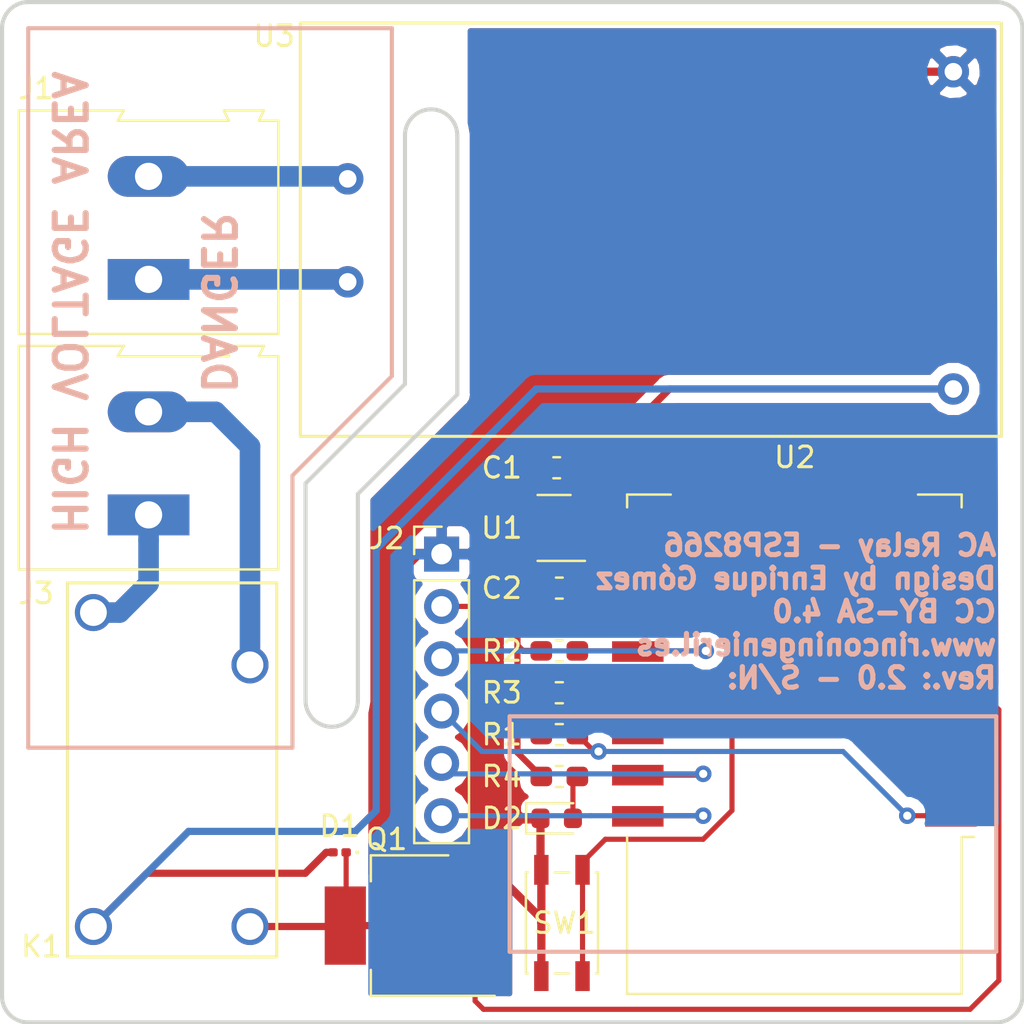
<source format=kicad_pcb>
(kicad_pcb (version 20171130) (host pcbnew 5.0.2-bee76a0~70~ubuntu18.04.1)

  (general
    (thickness 1.6)
    (drawings 28)
    (tracks 158)
    (zones 0)
    (modules 17)
    (nets 28)
  )

  (page A4)
  (layers
    (0 F.Cu signal)
    (31 B.Cu signal)
    (32 B.Adhes user hide)
    (33 F.Adhes user hide)
    (34 B.Paste user hide)
    (35 F.Paste user hide)
    (36 B.SilkS user)
    (37 F.SilkS user)
    (38 B.Mask user)
    (39 F.Mask user)
    (40 Dwgs.User user hide)
    (41 Cmts.User user hide)
    (42 Eco1.User user hide)
    (43 Eco2.User user hide)
    (44 Edge.Cuts user)
    (45 Margin user hide)
    (46 B.CrtYd user hide)
    (47 F.CrtYd user hide)
    (48 B.Fab user hide)
    (49 F.Fab user hide)
  )

  (setup
    (last_trace_width 0.25)
    (user_trace_width 0.3)
    (user_trace_width 0.35)
    (user_trace_width 0.4)
    (user_trace_width 0.5)
    (user_trace_width 0.762)
    (user_trace_width 1)
    (user_trace_width 1.8)
    (user_trace_width 2)
    (trace_clearance 0.2)
    (zone_clearance 0.508)
    (zone_45_only no)
    (trace_min 0.2)
    (segment_width 0.2)
    (edge_width 0.2)
    (via_size 0.8)
    (via_drill 0.4)
    (via_min_size 0.3)
    (via_min_drill 0.3)
    (user_via 0.6 0.3)
    (user_via 0.8 0.4)
    (user_via 1 0.5)
    (uvia_size 0.3)
    (uvia_drill 0.1)
    (uvias_allowed no)
    (uvia_min_size 0.2)
    (uvia_min_drill 0.1)
    (pcb_text_width 0.3)
    (pcb_text_size 1.5 1.5)
    (mod_edge_width 0.15)
    (mod_text_size 1 1)
    (mod_text_width 0.15)
    (pad_size 5 5)
    (pad_drill 3.5)
    (pad_to_mask_clearance 0.075)
    (solder_mask_min_width 0.25)
    (aux_axis_origin 68.58 96.52)
    (visible_elements FFFFFF7F)
    (pcbplotparams
      (layerselection 0x010f0_ffffffff)
      (usegerberextensions true)
      (usegerberattributes false)
      (usegerberadvancedattributes false)
      (creategerberjobfile false)
      (excludeedgelayer true)
      (linewidth 0.100000)
      (plotframeref false)
      (viasonmask false)
      (mode 1)
      (useauxorigin true)
      (hpglpennumber 1)
      (hpglpenspeed 20)
      (hpglpendiameter 15.000000)
      (psnegative false)
      (psa4output false)
      (plotreference true)
      (plotvalue true)
      (plotinvisibletext false)
      (padsonsilk false)
      (subtractmaskfromsilk false)
      (outputformat 1)
      (mirror false)
      (drillshape 0)
      (scaleselection 1)
      (outputdirectory "../../Manufacturing_GERBERs/AC_Relay/"))
  )

  (net 0 "")
  (net 1 +5V)
  (net 2 "Net-(D1-Pad1)")
  (net 3 "Net-(J3-Pad1)")
  (net 4 "Net-(J3-Pad2)")
  (net 5 "Net-(J1-Pad2)")
  (net 6 "Net-(J1-Pad1)")
  (net 7 GND)
  (net 8 "Net-(D2-Pad2)")
  (net 9 +3V3)
  (net 10 /Button)
  (net 11 /Flash)
  (net 12 /Rst)
  (net 13 "Net-(U2-Pad2)")
  (net 14 /Relay)
  (net 15 "Net-(U2-Pad5)")
  (net 16 "Net-(U2-Pad6)")
  (net 17 "Net-(U2-Pad7)")
  (net 18 "Net-(U2-Pad9)")
  (net 19 "Net-(U2-Pad10)")
  (net 20 "Net-(U2-Pad11)")
  (net 21 "Net-(U2-Pad12)")
  (net 22 "Net-(U2-Pad13)")
  (net 23 "Net-(U2-Pad14)")
  (net 24 "Net-(U2-Pad20)")
  (net 25 /RX)
  (net 26 /TX)
  (net 27 "Net-(U1-Pad4)")

  (net_class Default "This is the default net class."
    (clearance 0.2)
    (trace_width 0.25)
    (via_dia 0.8)
    (via_drill 0.4)
    (uvia_dia 0.3)
    (uvia_drill 0.1)
    (add_net +3V3)
    (add_net +5V)
    (add_net /Button)
    (add_net /Flash)
    (add_net /RX)
    (add_net /Relay)
    (add_net /Rst)
    (add_net /TX)
    (add_net GND)
    (add_net "Net-(D1-Pad1)")
    (add_net "Net-(D2-Pad2)")
    (add_net "Net-(J1-Pad1)")
    (add_net "Net-(J1-Pad2)")
    (add_net "Net-(J3-Pad1)")
    (add_net "Net-(J3-Pad2)")
    (add_net "Net-(U1-Pad4)")
    (add_net "Net-(U2-Pad10)")
    (add_net "Net-(U2-Pad11)")
    (add_net "Net-(U2-Pad12)")
    (add_net "Net-(U2-Pad13)")
    (add_net "Net-(U2-Pad14)")
    (add_net "Net-(U2-Pad2)")
    (add_net "Net-(U2-Pad20)")
    (add_net "Net-(U2-Pad5)")
    (add_net "Net-(U2-Pad6)")
    (add_net "Net-(U2-Pad7)")
    (add_net "Net-(U2-Pad9)")
  )

  (module red:HLK-PM01 (layer F.Cu) (tedit 5C0EA8EE) (tstamp 5C173722)
    (at 83.058 68.072)
    (path /5C0B0BFF)
    (fp_text reference U3 (at -1.27 -19.431) (layer F.SilkS)
      (effects (font (size 1 1) (thickness 0.15)))
    )
    (fp_text value HLK-PM01 (at 8.255 -1.778) (layer F.Fab) hide
      (effects (font (size 1 1) (thickness 0.15)))
    )
    (fp_line (start 0 0) (end 0 -20.066) (layer F.SilkS) (width 0.15))
    (fp_line (start 0 -20.066) (end 34.036 -20.066) (layer F.SilkS) (width 0.15))
    (fp_line (start 34.036 -20.066) (end 34.036 0) (layer F.SilkS) (width 0.15))
    (fp_line (start 34.036 0) (end 0 0) (layer F.SilkS) (width 0.15))
    (pad 1 thru_hole circle (at 2.3 -12.5) (size 1.524 1.524) (drill 0.85) (layers *.Cu *.Mask)
      (net 5 "Net-(J1-Pad2)"))
    (pad 2 thru_hole circle (at 2.3 -7.5) (size 1.524 1.524) (drill 0.85) (layers *.Cu *.Mask)
      (net 6 "Net-(J1-Pad1)"))
    (pad 3 thru_hole circle (at 31.7 -17.7) (size 1.524 1.524) (drill 0.85) (layers *.Cu *.Mask)
      (net 7 GND))
    (pad 4 thru_hole circle (at 31.7 -2.3) (size 1.524 1.524) (drill 0.85) (layers *.Cu *.Mask)
      (net 1 +5V))
    (model ${KIPRJMOD}/3dpackages/AC-DC_HLK-PM01.wrl
      (at (xyz 0 0 0))
      (scale (xyz 0.394 0.394 0.394))
      (rotate (xyz 0 0 0))
    )
  )

  (module Package_SO:TSOP-5_1.65x3.05mm_P0.95mm (layer F.Cu) (tedit 5C0AE56F) (tstamp 5C173899)
    (at 95.377 72.517 180)
    (descr "TSOP-5 package (comparable to TSOT-23), https://www.vishay.com/docs/71200/71200.pdf")
    (tags "Jedec MO-193C TSOP-5L")
    (path /5C097A30)
    (attr smd)
    (fp_text reference U1 (at 2.54 0) (layer F.SilkS)
      (effects (font (size 1 1) (thickness 0.15)))
    )
    (fp_text value BU33SD5WG-TR (at 0 2.5 180) (layer F.Fab) hide
      (effects (font (size 1 1) (thickness 0.15)))
    )
    (fp_text user %R (at 0 0 90) (layer F.Fab)
      (effects (font (size 0.5 0.5) (thickness 0.075)))
    )
    (fp_line (start -0.8 1.6) (end 0.8 1.6) (layer F.SilkS) (width 0.12))
    (fp_line (start 0.8 -1.6) (end -1.5 -1.6) (layer F.SilkS) (width 0.12))
    (fp_line (start -0.825 -1.1) (end -0.425 -1.525) (layer F.Fab) (width 0.1))
    (fp_line (start 0.825 -1.525) (end -0.425 -1.525) (layer F.Fab) (width 0.1))
    (fp_line (start -0.825 -1.1) (end -0.825 1.525) (layer F.Fab) (width 0.1))
    (fp_line (start 0.825 1.525) (end -0.825 1.525) (layer F.Fab) (width 0.1))
    (fp_line (start 0.825 -1.525) (end 0.825 1.525) (layer F.Fab) (width 0.1))
    (fp_line (start -1.76 -1.78) (end 1.76 -1.78) (layer F.CrtYd) (width 0.05))
    (fp_line (start -1.76 -1.78) (end -1.76 1.77) (layer F.CrtYd) (width 0.05))
    (fp_line (start 1.76 1.77) (end 1.76 -1.78) (layer F.CrtYd) (width 0.05))
    (fp_line (start 1.76 1.77) (end -1.76 1.77) (layer F.CrtYd) (width 0.05))
    (pad 1 smd rect (at -1.16 -0.95 180) (size 0.7 0.51) (layers F.Cu F.Paste F.Mask)
      (net 1 +5V))
    (pad 2 smd rect (at -1.16 0 180) (size 0.7 0.51) (layers F.Cu F.Paste F.Mask)
      (net 7 GND))
    (pad 3 smd rect (at -1.16 0.95 180) (size 0.7 0.51) (layers F.Cu F.Paste F.Mask)
      (net 1 +5V))
    (pad 4 smd rect (at 1.16 0.95 180) (size 0.7 0.51) (layers F.Cu F.Paste F.Mask)
      (net 27 "Net-(U1-Pad4)"))
    (pad 5 smd rect (at 1.16 -0.95 180) (size 0.7 0.51) (layers F.Cu F.Paste F.Mask)
      (net 9 +3V3))
    (model ${KISYS3DMOD}/Package_SO.3dshapes/TSOP-5_1.65x3.05mm_P0.95mm.wrl
      (at (xyz 0 0 0))
      (scale (xyz 1 1 1))
      (rotate (xyz 0 0 0))
    )
  )

  (module Button_Switch_SMD:SW_SPST_EVQP2 (layer F.Cu) (tedit 5C0AE71F) (tstamp 5C173916)
    (at 95.758 91.694 270)
    (descr "Light Touch Switch")
    (path /5C0C9480)
    (attr smd)
    (fp_text reference SW1 (at 0 -0.127 180) (layer F.SilkS)
      (effects (font (size 1 1) (thickness 0.15)))
    )
    (fp_text value SW_Push (at 0 3 270) (layer F.Fab) hide
      (effects (font (size 1 1) (thickness 0.15)))
    )
    (fp_line (start -2.35 -1.75) (end 2.35 -1.75) (layer F.Fab) (width 0.1))
    (fp_line (start 2.35 -1.75) (end 2.35 1.75) (layer F.Fab) (width 0.1))
    (fp_line (start 2.35 1.75) (end -2.35 1.75) (layer F.Fab) (width 0.1))
    (fp_line (start -2.35 1.75) (end -2.35 -1.75) (layer F.Fab) (width 0.1))
    (fp_text user %R (at -5.588 -1.016 270) (layer F.Fab) hide
      (effects (font (size 1 1) (thickness 0.15)))
    )
    (fp_line (start -3.55 -2) (end 3.55 -2) (layer F.CrtYd) (width 0.05))
    (fp_line (start 3.55 -2) (end 3.55 2) (layer F.CrtYd) (width 0.05))
    (fp_line (start 3.55 2) (end -3.55 2) (layer F.CrtYd) (width 0.05))
    (fp_line (start -3.55 2) (end -3.55 -2) (layer F.CrtYd) (width 0.05))
    (fp_line (start 2.45 -1.75) (end 2.45 -1.65) (layer F.SilkS) (width 0.12))
    (fp_line (start 2.45 1.75) (end 2.45 1.65) (layer F.SilkS) (width 0.12))
    (fp_line (start -2.45 1.65) (end -2.45 1.75) (layer F.SilkS) (width 0.12))
    (fp_line (start -2.45 -1.75) (end -2.45 -1.65) (layer F.SilkS) (width 0.12))
    (fp_line (start -2.45 -0.35) (end -2.45 0.35) (layer F.SilkS) (width 0.12))
    (fp_line (start 2.45 -0.35) (end 2.45 0.35) (layer F.SilkS) (width 0.12))
    (fp_line (start 2.45 -1.75) (end -2.45 -1.75) (layer F.SilkS) (width 0.12))
    (fp_line (start -2.45 1.75) (end 2.45 1.75) (layer F.SilkS) (width 0.12))
    (fp_circle (center 0 0) (end 0.9 0) (layer F.Fab) (width 0.1))
    (pad 1 smd rect (at 2.58 -1 270) (size 1.45 0.7) (layers F.Cu F.Paste F.Mask)
      (net 10 /Button))
    (pad 1 smd rect (at -2.58 -1 270) (size 1.45 0.7) (layers F.Cu F.Paste F.Mask)
      (net 10 /Button))
    (pad 2 smd rect (at -2.58 1 270) (size 1.45 0.7) (layers F.Cu F.Paste F.Mask)
      (net 7 GND))
    (pad 2 smd rect (at 2.58 1 270) (size 1.45 0.7) (layers F.Cu F.Paste F.Mask)
      (net 7 GND))
    (model ${KIPRJMOD}/3dpackages/PTS647SN70SMTR2LFS.wrl
      (at (xyz 0 0 0))
      (scale (xyz 0.27 0.27 0.27))
      (rotate (xyz 0 90 90))
    )
  )

  (module Capacitor_SMD:C_0603_1608Metric (layer F.Cu) (tedit 5C0AE5E7) (tstamp 5C1738FC)
    (at 95.631 75.438)
    (descr "Capacitor SMD 0603 (1608 Metric), square (rectangular) end terminal, IPC_7351 nominal, (Body size source: http://www.tortai-tech.com/upload/download/2011102023233369053.pdf), generated with kicad-footprint-generator")
    (tags capacitor)
    (path /5C099656)
    (attr smd)
    (fp_text reference C2 (at -2.794 0) (layer F.SilkS)
      (effects (font (size 1 1) (thickness 0.15)))
    )
    (fp_text value 0.47uF (at 0 1.43) (layer F.Fab) hide
      (effects (font (size 1 1) (thickness 0.15)))
    )
    (fp_text user %R (at 0 0) (layer F.Fab)
      (effects (font (size 0.4 0.4) (thickness 0.06)))
    )
    (fp_line (start 1.48 0.73) (end -1.48 0.73) (layer F.CrtYd) (width 0.05))
    (fp_line (start 1.48 -0.73) (end 1.48 0.73) (layer F.CrtYd) (width 0.05))
    (fp_line (start -1.48 -0.73) (end 1.48 -0.73) (layer F.CrtYd) (width 0.05))
    (fp_line (start -1.48 0.73) (end -1.48 -0.73) (layer F.CrtYd) (width 0.05))
    (fp_line (start -0.162779 0.51) (end 0.162779 0.51) (layer F.SilkS) (width 0.12))
    (fp_line (start -0.162779 -0.51) (end 0.162779 -0.51) (layer F.SilkS) (width 0.12))
    (fp_line (start 0.8 0.4) (end -0.8 0.4) (layer F.Fab) (width 0.1))
    (fp_line (start 0.8 -0.4) (end 0.8 0.4) (layer F.Fab) (width 0.1))
    (fp_line (start -0.8 -0.4) (end 0.8 -0.4) (layer F.Fab) (width 0.1))
    (fp_line (start -0.8 0.4) (end -0.8 -0.4) (layer F.Fab) (width 0.1))
    (pad 2 smd roundrect (at 0.7875 0) (size 0.875 0.95) (layers F.Cu F.Paste F.Mask) (roundrect_rratio 0.25)
      (net 7 GND))
    (pad 1 smd roundrect (at -0.7875 0) (size 0.875 0.95) (layers F.Cu F.Paste F.Mask) (roundrect_rratio 0.25)
      (net 9 +3V3))
    (model ${KISYS3DMOD}/Capacitor_SMD.3dshapes/C_0603_1608Metric.wrl
      (at (xyz 0 0 0))
      (scale (xyz 1 1 1))
      (rotate (xyz 0 0 0))
    )
  )

  (module Capacitor_SMD:C_0603_1608Metric (layer F.Cu) (tedit 5C0AE5EA) (tstamp 5C1738EB)
    (at 95.504 69.596 180)
    (descr "Capacitor SMD 0603 (1608 Metric), square (rectangular) end terminal, IPC_7351 nominal, (Body size source: http://www.tortai-tech.com/upload/download/2011102023233369053.pdf), generated with kicad-footprint-generator")
    (tags capacitor)
    (path /5C099530)
    (attr smd)
    (fp_text reference C1 (at 2.667 0 180) (layer F.SilkS)
      (effects (font (size 1 1) (thickness 0.15)))
    )
    (fp_text value 0.47uF (at 0 1.43 180) (layer F.Fab) hide
      (effects (font (size 1 1) (thickness 0.15)))
    )
    (fp_line (start -0.8 0.4) (end -0.8 -0.4) (layer F.Fab) (width 0.1))
    (fp_line (start -0.8 -0.4) (end 0.8 -0.4) (layer F.Fab) (width 0.1))
    (fp_line (start 0.8 -0.4) (end 0.8 0.4) (layer F.Fab) (width 0.1))
    (fp_line (start 0.8 0.4) (end -0.8 0.4) (layer F.Fab) (width 0.1))
    (fp_line (start -0.162779 -0.51) (end 0.162779 -0.51) (layer F.SilkS) (width 0.12))
    (fp_line (start -0.162779 0.51) (end 0.162779 0.51) (layer F.SilkS) (width 0.12))
    (fp_line (start -1.48 0.73) (end -1.48 -0.73) (layer F.CrtYd) (width 0.05))
    (fp_line (start -1.48 -0.73) (end 1.48 -0.73) (layer F.CrtYd) (width 0.05))
    (fp_line (start 1.48 -0.73) (end 1.48 0.73) (layer F.CrtYd) (width 0.05))
    (fp_line (start 1.48 0.73) (end -1.48 0.73) (layer F.CrtYd) (width 0.05))
    (fp_text user %R (at 0 0 180) (layer F.Fab)
      (effects (font (size 0.4 0.4) (thickness 0.06)))
    )
    (pad 1 smd roundrect (at -0.7875 0 180) (size 0.875 0.95) (layers F.Cu F.Paste F.Mask) (roundrect_rratio 0.25)
      (net 1 +5V))
    (pad 2 smd roundrect (at 0.7875 0 180) (size 0.875 0.95) (layers F.Cu F.Paste F.Mask) (roundrect_rratio 0.25)
      (net 7 GND))
    (model ${KISYS3DMOD}/Capacitor_SMD.3dshapes/C_0603_1608Metric.wrl
      (at (xyz 0 0 0))
      (scale (xyz 1 1 1))
      (rotate (xyz 0 0 0))
    )
  )

  (module Connector_PinHeader_2.54mm:PinHeader_1x06_P2.54mm_Vertical (layer F.Cu) (tedit 5C0AE9F9) (tstamp 5C1738DA)
    (at 89.916 73.787)
    (descr "Through hole straight pin header, 1x06, 2.54mm pitch, single row")
    (tags "Through hole pin header THT 1x06 2.54mm single row")
    (path /5C0A9857)
    (fp_text reference J2 (at -2.667 -0.762 180) (layer F.SilkS)
      (effects (font (size 1 1) (thickness 0.15)))
    )
    (fp_text value Conn_01x06_Female (at 0 15.03) (layer F.Fab) hide
      (effects (font (size 1 1) (thickness 0.15)))
    )
    (fp_line (start -0.635 -1.27) (end 1.27 -1.27) (layer F.Fab) (width 0.1))
    (fp_line (start 1.27 -1.27) (end 1.27 13.97) (layer F.Fab) (width 0.1))
    (fp_line (start 1.27 13.97) (end -1.27 13.97) (layer F.Fab) (width 0.1))
    (fp_line (start -1.27 13.97) (end -1.27 -0.635) (layer F.Fab) (width 0.1))
    (fp_line (start -1.27 -0.635) (end -0.635 -1.27) (layer F.Fab) (width 0.1))
    (fp_line (start -1.33 14.03) (end 1.33 14.03) (layer F.SilkS) (width 0.12))
    (fp_line (start -1.33 1.27) (end -1.33 14.03) (layer F.SilkS) (width 0.12))
    (fp_line (start 1.33 1.27) (end 1.33 14.03) (layer F.SilkS) (width 0.12))
    (fp_line (start -1.33 1.27) (end 1.33 1.27) (layer F.SilkS) (width 0.12))
    (fp_line (start -1.33 0) (end -1.33 -1.33) (layer F.SilkS) (width 0.12))
    (fp_line (start -1.33 -1.33) (end 0 -1.33) (layer F.SilkS) (width 0.12))
    (fp_line (start -1.8 -1.8) (end -1.8 14.5) (layer F.CrtYd) (width 0.05))
    (fp_line (start -1.8 14.5) (end 1.8 14.5) (layer F.CrtYd) (width 0.05))
    (fp_line (start 1.8 14.5) (end 1.8 -1.8) (layer F.CrtYd) (width 0.05))
    (fp_line (start 1.8 -1.8) (end -1.8 -1.8) (layer F.CrtYd) (width 0.05))
    (fp_text user %R (at 0 6.35 90) (layer F.Fab)
      (effects (font (size 1 1) (thickness 0.15)))
    )
    (pad 1 thru_hole rect (at 0 0) (size 1.7 1.7) (drill 1) (layers *.Cu *.Mask)
      (net 7 GND))
    (pad 2 thru_hole oval (at 0 2.54) (size 1.7 1.7) (drill 1) (layers *.Cu *.Mask)
      (net 9 +3V3))
    (pad 3 thru_hole oval (at 0 5.08) (size 1.7 1.7) (drill 1) (layers *.Cu *.Mask)
      (net 11 /Flash))
    (pad 4 thru_hole oval (at 0 7.62) (size 1.7 1.7) (drill 1) (layers *.Cu *.Mask)
      (net 12 /Rst))
    (pad 5 thru_hole oval (at 0 10.16) (size 1.7 1.7) (drill 1) (layers *.Cu *.Mask)
      (net 25 /RX))
    (pad 6 thru_hole oval (at 0 12.7) (size 1.7 1.7) (drill 1) (layers *.Cu *.Mask)
      (net 26 /TX))
    (model ${KISYS3DMOD}/Connector_PinHeader_2.54mm.3dshapes/PinHeader_1x06_P2.54mm_Vertical.wrl
      (at (xyz 0 0 0))
      (scale (xyz 1 1 1))
      (rotate (xyz 0 0 0))
    )
  )

  (module Diode_SMD:D_0201_0603Metric (layer F.Cu) (tedit 5C0AE8BC) (tstamp 5C1738C0)
    (at 84.963 88.265 180)
    (descr "Diode SMD 0201 (0603 Metric), square (rectangular) end terminal, IPC_7351 nominal, (Body size source: https://www.vishay.com/docs/20052/crcw0201e3.pdf), generated with kicad-footprint-generator")
    (tags diode)
    (path /5C0ACAFD)
    (attr smd)
    (fp_text reference D1 (at 0 1.27) (layer F.SilkS)
      (effects (font (size 1 1) (thickness 0.15)))
    )
    (fp_text value RGF1B (at 0 1.05 180) (layer F.Fab) hide
      (effects (font (size 1 1) (thickness 0.15)))
    )
    (fp_circle (center -0.86 0) (end -0.81 0) (layer F.SilkS) (width 0.1))
    (fp_line (start -0.3 0.15) (end -0.3 -0.15) (layer F.Fab) (width 0.1))
    (fp_line (start -0.3 -0.15) (end 0.3 -0.15) (layer F.Fab) (width 0.1))
    (fp_line (start 0.3 -0.15) (end 0.3 0.15) (layer F.Fab) (width 0.1))
    (fp_line (start 0.3 0.15) (end -0.3 0.15) (layer F.Fab) (width 0.1))
    (fp_line (start -0.2 0.15) (end -0.2 -0.15) (layer F.Fab) (width 0.1))
    (fp_line (start -0.1 0.15) (end -0.1 -0.15) (layer F.Fab) (width 0.1))
    (fp_line (start -0.7 0.35) (end -0.7 -0.35) (layer F.CrtYd) (width 0.05))
    (fp_line (start -0.7 -0.35) (end 0.7 -0.35) (layer F.CrtYd) (width 0.05))
    (fp_line (start 0.7 -0.35) (end 0.7 0.35) (layer F.CrtYd) (width 0.05))
    (fp_line (start 0.7 0.35) (end -0.7 0.35) (layer F.CrtYd) (width 0.05))
    (fp_text user %R (at 0 -0.68 180) (layer F.Fab)
      (effects (font (size 0.25 0.25) (thickness 0.04)))
    )
    (pad "" smd roundrect (at -0.345 0 180) (size 0.318 0.36) (layers F.Paste) (roundrect_rratio 0.25))
    (pad "" smd roundrect (at 0.345 0 180) (size 0.318 0.36) (layers F.Paste) (roundrect_rratio 0.25))
    (pad 1 smd roundrect (at -0.32 0 180) (size 0.46 0.4) (layers F.Cu F.Mask) (roundrect_rratio 0.25)
      (net 2 "Net-(D1-Pad1)"))
    (pad 2 smd roundrect (at 0.32 0 180) (size 0.46 0.4) (layers F.Cu F.Mask) (roundrect_rratio 0.25)
      (net 1 +5V))
    (model ${KIPRJMOD}/3dpackages/AB2_DO-214AC.wrl
      (at (xyz 0 0 0))
      (scale (xyz 0.1 0.1 0.1))
      (rotate (xyz 0 0 0))
    )
  )

  (module LED_SMD:LED_0603_1608Metric (layer F.Cu) (tedit 5C0AE56C) (tstamp 5C1738AC)
    (at 95.504 86.614)
    (descr "LED SMD 0603 (1608 Metric), square (rectangular) end terminal, IPC_7351 nominal, (Body size source: http://www.tortai-tech.com/upload/download/2011102023233369053.pdf), generated with kicad-footprint-generator")
    (tags diode)
    (path /5C0E8F47)
    (attr smd)
    (fp_text reference D2 (at -2.667 0) (layer F.SilkS)
      (effects (font (size 1 1) (thickness 0.15)))
    )
    (fp_text value LED_verde (at 0 1.43) (layer F.Fab) hide
      (effects (font (size 1 1) (thickness 0.15)))
    )
    (fp_line (start 0.8 -0.4) (end -0.5 -0.4) (layer F.Fab) (width 0.1))
    (fp_line (start -0.5 -0.4) (end -0.8 -0.1) (layer F.Fab) (width 0.1))
    (fp_line (start -0.8 -0.1) (end -0.8 0.4) (layer F.Fab) (width 0.1))
    (fp_line (start -0.8 0.4) (end 0.8 0.4) (layer F.Fab) (width 0.1))
    (fp_line (start 0.8 0.4) (end 0.8 -0.4) (layer F.Fab) (width 0.1))
    (fp_line (start 0.8 -0.735) (end -1.485 -0.735) (layer F.SilkS) (width 0.12))
    (fp_line (start -1.485 -0.735) (end -1.485 0.735) (layer F.SilkS) (width 0.12))
    (fp_line (start -1.485 0.735) (end 0.8 0.735) (layer F.SilkS) (width 0.12))
    (fp_line (start -1.48 0.73) (end -1.48 -0.73) (layer F.CrtYd) (width 0.05))
    (fp_line (start -1.48 -0.73) (end 1.48 -0.73) (layer F.CrtYd) (width 0.05))
    (fp_line (start 1.48 -0.73) (end 1.48 0.73) (layer F.CrtYd) (width 0.05))
    (fp_line (start 1.48 0.73) (end -1.48 0.73) (layer F.CrtYd) (width 0.05))
    (fp_text user %R (at 0 0 180) (layer F.Fab)
      (effects (font (size 0.4 0.4) (thickness 0.06)))
    )
    (pad 1 smd roundrect (at -0.7875 0) (size 0.875 0.95) (layers F.Cu F.Paste F.Mask) (roundrect_rratio 0.25)
      (net 7 GND))
    (pad 2 smd roundrect (at 0.7875 0) (size 0.875 0.95) (layers F.Cu F.Paste F.Mask) (roundrect_rratio 0.25)
      (net 8 "Net-(D2-Pad2)"))
    (model ${KISYS3DMOD}/LED_SMD.3dshapes/LED_0603_1608Metric.wrl
      (at (xyz 0 0 0))
      (scale (xyz 1 1 1))
      (rotate (xyz 0 0 0))
    )
  )

  (module RF_Module:ESP-12E (layer F.Cu) (tedit 5C0AE7AC) (tstamp 5C17386F)
    (at 107.041 83.018 180)
    (descr "Wi-Fi Module, http://wiki.ai-thinker.com/_media/esp8266/docs/aithinker_esp_12f_datasheet_en.pdf")
    (tags "Wi-Fi Module")
    (path /5C096F0A)
    (attr smd)
    (fp_text reference U2 (at -0.02 13.93 180) (layer F.SilkS)
      (effects (font (size 1 1) (thickness 0.15)))
    )
    (fp_text value ESP-12E (at -0.06 -12.78 180) (layer F.Fab) hide
      (effects (font (size 1 1) (thickness 0.15)))
    )
    (fp_text user Antenna (at -0.06 -7) (layer Cmts.User)
      (effects (font (size 1 1) (thickness 0.15)))
    )
    (fp_text user "KEEP-OUT ZONE" (at 0.03 -9.55) (layer Cmts.User)
      (effects (font (size 1 1) (thickness 0.15)))
    )
    (fp_text user %R (at 0.49 -0.8 180) (layer F.Fab) hide
      (effects (font (size 1 1) (thickness 0.15)))
    )
    (fp_line (start -8 -12) (end 8 -12) (layer F.Fab) (width 0.12))
    (fp_line (start 8 -12) (end 8 12) (layer F.Fab) (width 0.12))
    (fp_line (start 8 12) (end -8 12) (layer F.Fab) (width 0.12))
    (fp_line (start -8 12) (end -8 -3) (layer F.Fab) (width 0.12))
    (fp_line (start -8 -3) (end -7.5 -3.5) (layer F.Fab) (width 0.12))
    (fp_line (start -7.5 -3.5) (end -8 -4) (layer F.Fab) (width 0.12))
    (fp_line (start -8 -4) (end -8 -12) (layer F.Fab) (width 0.12))
    (fp_line (start -9.05 -12.2) (end 9.05 -12.2) (layer F.CrtYd) (width 0.05))
    (fp_line (start 9.05 -12.2) (end 9.05 13.1) (layer F.CrtYd) (width 0.05))
    (fp_line (start 9.05 13.1) (end -9.05 13.1) (layer F.CrtYd) (width 0.05))
    (fp_line (start -9.05 13.1) (end -9.05 -12.2) (layer F.CrtYd) (width 0.05))
    (fp_line (start -8.12 -12.12) (end 8.12 -12.12) (layer F.SilkS) (width 0.12))
    (fp_line (start 8.12 -12.12) (end 8.12 -4.5) (layer F.SilkS) (width 0.12))
    (fp_line (start 8.12 11.5) (end 8.12 12.12) (layer F.SilkS) (width 0.12))
    (fp_line (start 8.12 12.12) (end 6 12.12) (layer F.SilkS) (width 0.12))
    (fp_line (start -6 12.12) (end -8.12 12.12) (layer F.SilkS) (width 0.12))
    (fp_line (start -8.12 12.12) (end -8.12 11.5) (layer F.SilkS) (width 0.12))
    (fp_line (start -8.12 -4.5) (end -8.12 -12.12) (layer F.SilkS) (width 0.12))
    (fp_line (start -8.12 -4.5) (end -8.73 -4.5) (layer F.SilkS) (width 0.12))
    (fp_line (start -8.12 -12.12) (end 8.12 -12.12) (layer Dwgs.User) (width 0.12))
    (fp_line (start 8.12 -12.12) (end 8.12 -4.8) (layer Dwgs.User) (width 0.12))
    (fp_line (start 8.12 -4.8) (end -8.12 -4.8) (layer Dwgs.User) (width 0.12))
    (fp_line (start -8.12 -4.8) (end -8.12 -12.12) (layer Dwgs.User) (width 0.12))
    (fp_line (start -8.12 -9.12) (end -5.12 -12.12) (layer Dwgs.User) (width 0.12))
    (fp_line (start -8.12 -6.12) (end -2.12 -12.12) (layer Dwgs.User) (width 0.12))
    (fp_line (start -6.44 -4.8) (end 0.88 -12.12) (layer Dwgs.User) (width 0.12))
    (fp_line (start -3.44 -4.8) (end 3.88 -12.12) (layer Dwgs.User) (width 0.12))
    (fp_line (start -0.44 -4.8) (end 6.88 -12.12) (layer Dwgs.User) (width 0.12))
    (fp_line (start 2.56 -4.8) (end 8.12 -10.36) (layer Dwgs.User) (width 0.12))
    (fp_line (start 5.56 -4.8) (end 8.12 -7.36) (layer Dwgs.User) (width 0.12))
    (pad 1 smd rect (at -7.6 -3.5 180) (size 2.5 1) (layers F.Cu F.Paste F.Mask)
      (net 12 /Rst))
    (pad 2 smd rect (at -7.6 -1.5 180) (size 2.5 1) (layers F.Cu F.Paste F.Mask)
      (net 13 "Net-(U2-Pad2)"))
    (pad 3 smd rect (at -7.6 0.5 180) (size 2.5 1) (layers F.Cu F.Paste F.Mask)
      (net 9 +3V3))
    (pad 4 smd rect (at -7.6 2.5 180) (size 2.5 1) (layers F.Cu F.Paste F.Mask)
      (net 14 /Relay))
    (pad 5 smd rect (at -7.6 4.5 180) (size 2.5 1) (layers F.Cu F.Paste F.Mask)
      (net 15 "Net-(U2-Pad5)"))
    (pad 6 smd rect (at -7.6 6.5 180) (size 2.5 1) (layers F.Cu F.Paste F.Mask)
      (net 16 "Net-(U2-Pad6)"))
    (pad 7 smd rect (at -7.6 8.5 180) (size 2.5 1) (layers F.Cu F.Paste F.Mask)
      (net 17 "Net-(U2-Pad7)"))
    (pad 8 smd rect (at -7.6 10.5 180) (size 2.5 1) (layers F.Cu F.Paste F.Mask)
      (net 9 +3V3))
    (pad 9 smd rect (at -5 12 180) (size 1 1.8) (layers F.Cu F.Paste F.Mask)
      (net 18 "Net-(U2-Pad9)"))
    (pad 10 smd rect (at -3 12 180) (size 1 1.8) (layers F.Cu F.Paste F.Mask)
      (net 19 "Net-(U2-Pad10)"))
    (pad 11 smd rect (at -1 12 180) (size 1 1.8) (layers F.Cu F.Paste F.Mask)
      (net 20 "Net-(U2-Pad11)"))
    (pad 12 smd rect (at 1 12 180) (size 1 1.8) (layers F.Cu F.Paste F.Mask)
      (net 21 "Net-(U2-Pad12)"))
    (pad 13 smd rect (at 3 12 180) (size 1 1.8) (layers F.Cu F.Paste F.Mask)
      (net 22 "Net-(U2-Pad13)"))
    (pad 14 smd rect (at 5 12 180) (size 1 1.8) (layers F.Cu F.Paste F.Mask)
      (net 23 "Net-(U2-Pad14)"))
    (pad 15 smd rect (at 7.6 10.5 180) (size 2.5 1) (layers F.Cu F.Paste F.Mask)
      (net 7 GND))
    (pad 16 smd rect (at 7.6 8.5 180) (size 2.5 1) (layers F.Cu F.Paste F.Mask)
      (net 7 GND))
    (pad 17 smd rect (at 7.6 6.5 180) (size 2.5 1) (layers F.Cu F.Paste F.Mask)
      (net 9 +3V3))
    (pad 18 smd rect (at 7.6 4.5 180) (size 2.5 1) (layers F.Cu F.Paste F.Mask)
      (net 11 /Flash))
    (pad 19 smd rect (at 7.6 2.5 180) (size 2.5 1) (layers F.Cu F.Paste F.Mask)
      (net 10 /Button))
    (pad 20 smd rect (at 7.6 0.5 180) (size 2.5 1) (layers F.Cu F.Paste F.Mask)
      (net 24 "Net-(U2-Pad20)"))
    (pad 21 smd rect (at 7.6 -1.5 180) (size 2.5 1) (layers F.Cu F.Paste F.Mask)
      (net 25 /RX))
    (pad 22 smd rect (at 7.6 -3.5 180) (size 2.5 1) (layers F.Cu F.Paste F.Mask)
      (net 26 /TX))
    (model ${KIPRJMOD}/3dpackages/ESP8266.wrl
      (offset (xyz 11.5 -13.5 0))
      (scale (xyz 0.4 0.4 0.4))
      (rotate (xyz 0 0 90))
    )
  )

  (module Resistor_SMD:R_0603_1608Metric_Pad1.05x0.95mm_HandSolder (layer F.Cu) (tedit 5C0AE758) (tstamp 5C173834)
    (at 95.631 82.55 180)
    (descr "Resistor SMD 0603 (1608 Metric), square (rectangular) end terminal, IPC_7351 nominal with elongated pad for handsoldering. (Body size source: http://www.tortai-tech.com/upload/download/2011102023233369053.pdf), generated with kicad-footprint-generator")
    (tags "resistor handsolder")
    (path /5C09F522)
    (attr smd)
    (fp_text reference R1 (at 2.794 0 180) (layer F.SilkS)
      (effects (font (size 1 1) (thickness 0.15)))
    )
    (fp_text value 10k (at 0 1.43 180) (layer F.Fab) hide
      (effects (font (size 1 1) (thickness 0.15)))
    )
    (fp_text user %R (at 0 0 180) (layer F.Fab)
      (effects (font (size 0.4 0.4) (thickness 0.06)))
    )
    (fp_line (start 1.65 0.73) (end -1.65 0.73) (layer F.CrtYd) (width 0.05))
    (fp_line (start 1.65 -0.73) (end 1.65 0.73) (layer F.CrtYd) (width 0.05))
    (fp_line (start -1.65 -0.73) (end 1.65 -0.73) (layer F.CrtYd) (width 0.05))
    (fp_line (start -1.65 0.73) (end -1.65 -0.73) (layer F.CrtYd) (width 0.05))
    (fp_line (start -0.171267 0.51) (end 0.171267 0.51) (layer F.SilkS) (width 0.12))
    (fp_line (start -0.171267 -0.51) (end 0.171267 -0.51) (layer F.SilkS) (width 0.12))
    (fp_line (start 0.8 0.4) (end -0.8 0.4) (layer F.Fab) (width 0.1))
    (fp_line (start 0.8 -0.4) (end 0.8 0.4) (layer F.Fab) (width 0.1))
    (fp_line (start -0.8 -0.4) (end 0.8 -0.4) (layer F.Fab) (width 0.1))
    (fp_line (start -0.8 0.4) (end -0.8 -0.4) (layer F.Fab) (width 0.1))
    (pad 2 smd roundrect (at 0.875 0 180) (size 1.05 0.95) (layers F.Cu F.Paste F.Mask) (roundrect_rratio 0.25)
      (net 9 +3V3))
    (pad 1 smd roundrect (at -0.875 0 180) (size 1.05 0.95) (layers F.Cu F.Paste F.Mask) (roundrect_rratio 0.25)
      (net 12 /Rst))
    (model ${KISYS3DMOD}/Resistor_SMD.3dshapes/R_0603_1608Metric.wrl
      (at (xyz 0 0 0))
      (scale (xyz 1 1 1))
      (rotate (xyz 0 0 0))
    )
  )

  (module Resistor_SMD:R_0603_1608Metric_Pad1.05x0.95mm_HandSolder (layer F.Cu) (tedit 5C0AE741) (tstamp 5C173823)
    (at 95.631 78.486)
    (descr "Resistor SMD 0603 (1608 Metric), square (rectangular) end terminal, IPC_7351 nominal with elongated pad for handsoldering. (Body size source: http://www.tortai-tech.com/upload/download/2011102023233369053.pdf), generated with kicad-footprint-generator")
    (tags "resistor handsolder")
    (path /5C0A0E94)
    (attr smd)
    (fp_text reference R2 (at -2.794 0) (layer F.SilkS)
      (effects (font (size 1 1) (thickness 0.15)))
    )
    (fp_text value 10k (at 0 1.43) (layer F.Fab) hide
      (effects (font (size 1 1) (thickness 0.15)))
    )
    (fp_line (start -0.8 0.4) (end -0.8 -0.4) (layer F.Fab) (width 0.1))
    (fp_line (start -0.8 -0.4) (end 0.8 -0.4) (layer F.Fab) (width 0.1))
    (fp_line (start 0.8 -0.4) (end 0.8 0.4) (layer F.Fab) (width 0.1))
    (fp_line (start 0.8 0.4) (end -0.8 0.4) (layer F.Fab) (width 0.1))
    (fp_line (start -0.171267 -0.51) (end 0.171267 -0.51) (layer F.SilkS) (width 0.12))
    (fp_line (start -0.171267 0.51) (end 0.171267 0.51) (layer F.SilkS) (width 0.12))
    (fp_line (start -1.65 0.73) (end -1.65 -0.73) (layer F.CrtYd) (width 0.05))
    (fp_line (start -1.65 -0.73) (end 1.65 -0.73) (layer F.CrtYd) (width 0.05))
    (fp_line (start 1.65 -0.73) (end 1.65 0.73) (layer F.CrtYd) (width 0.05))
    (fp_line (start 1.65 0.73) (end -1.65 0.73) (layer F.CrtYd) (width 0.05))
    (fp_text user %R (at 0 0.124999) (layer F.Fab)
      (effects (font (size 0.4 0.4) (thickness 0.06)))
    )
    (pad 1 smd roundrect (at -0.875 0) (size 1.05 0.95) (layers F.Cu F.Paste F.Mask) (roundrect_rratio 0.25)
      (net 9 +3V3))
    (pad 2 smd roundrect (at 0.875 0) (size 1.05 0.95) (layers F.Cu F.Paste F.Mask) (roundrect_rratio 0.25)
      (net 11 /Flash))
    (model ${KISYS3DMOD}/Resistor_SMD.3dshapes/R_0603_1608Metric.wrl
      (at (xyz 0 0 0))
      (scale (xyz 1 1 1))
      (rotate (xyz 0 0 0))
    )
  )

  (module Resistor_SMD:R_0603_1608Metric_Pad1.05x0.95mm_HandSolder (layer F.Cu) (tedit 5C0AE7BC) (tstamp 5C173812)
    (at 95.631 80.518 180)
    (descr "Resistor SMD 0603 (1608 Metric), square (rectangular) end terminal, IPC_7351 nominal with elongated pad for handsoldering. (Body size source: http://www.tortai-tech.com/upload/download/2011102023233369053.pdf), generated with kicad-footprint-generator")
    (tags "resistor handsolder")
    (path /5C0C9579)
    (attr smd)
    (fp_text reference R3 (at 2.794 0 180) (layer F.SilkS)
      (effects (font (size 1 1) (thickness 0.15)))
    )
    (fp_text value 10k (at 0 1.43 180) (layer F.Fab) hide
      (effects (font (size 1 1) (thickness 0.15)))
    )
    (fp_text user %R (at 0 0 180) (layer F.Fab)
      (effects (font (size 0.4 0.4) (thickness 0.06)))
    )
    (fp_line (start 1.65 0.73) (end -1.65 0.73) (layer F.CrtYd) (width 0.05))
    (fp_line (start 1.65 -0.73) (end 1.65 0.73) (layer F.CrtYd) (width 0.05))
    (fp_line (start -1.65 -0.73) (end 1.65 -0.73) (layer F.CrtYd) (width 0.05))
    (fp_line (start -1.65 0.73) (end -1.65 -0.73) (layer F.CrtYd) (width 0.05))
    (fp_line (start -0.171267 0.51) (end 0.171267 0.51) (layer F.SilkS) (width 0.12))
    (fp_line (start -0.171267 -0.51) (end 0.171267 -0.51) (layer F.SilkS) (width 0.12))
    (fp_line (start 0.8 0.4) (end -0.8 0.4) (layer F.Fab) (width 0.1))
    (fp_line (start 0.8 -0.4) (end 0.8 0.4) (layer F.Fab) (width 0.1))
    (fp_line (start -0.8 -0.4) (end 0.8 -0.4) (layer F.Fab) (width 0.1))
    (fp_line (start -0.8 0.4) (end -0.8 -0.4) (layer F.Fab) (width 0.1))
    (pad 2 smd roundrect (at 0.875 0 180) (size 1.05 0.95) (layers F.Cu F.Paste F.Mask) (roundrect_rratio 0.25)
      (net 9 +3V3))
    (pad 1 smd roundrect (at -0.875 0 180) (size 1.05 0.95) (layers F.Cu F.Paste F.Mask) (roundrect_rratio 0.25)
      (net 10 /Button))
    (model ${KISYS3DMOD}/Resistor_SMD.3dshapes/R_0603_1608Metric.wrl
      (at (xyz 0 0 0))
      (scale (xyz 1 1 1))
      (rotate (xyz 0 0 0))
    )
  )

  (module Resistor_SMD:R_0603_1608Metric_Pad1.05x0.95mm_HandSolder (layer F.Cu) (tedit 5C0AE568) (tstamp 5C173801)
    (at 95.631 84.582 180)
    (descr "Resistor SMD 0603 (1608 Metric), square (rectangular) end terminal, IPC_7351 nominal with elongated pad for handsoldering. (Body size source: http://www.tortai-tech.com/upload/download/2011102023233369053.pdf), generated with kicad-footprint-generator")
    (tags "resistor handsolder")
    (path /5C0E8E79)
    (attr smd)
    (fp_text reference R4 (at 2.794 0 180) (layer F.SilkS)
      (effects (font (size 1 1) (thickness 0.15)))
    )
    (fp_text value 82.5 (at 0 1.43 180) (layer F.Fab) hide
      (effects (font (size 1 1) (thickness 0.15)))
    )
    (fp_line (start -0.8 0.4) (end -0.8 -0.4) (layer F.Fab) (width 0.1))
    (fp_line (start -0.8 -0.4) (end 0.8 -0.4) (layer F.Fab) (width 0.1))
    (fp_line (start 0.8 -0.4) (end 0.8 0.4) (layer F.Fab) (width 0.1))
    (fp_line (start 0.8 0.4) (end -0.8 0.4) (layer F.Fab) (width 0.1))
    (fp_line (start -0.171267 -0.51) (end 0.171267 -0.51) (layer F.SilkS) (width 0.12))
    (fp_line (start -0.171267 0.51) (end 0.171267 0.51) (layer F.SilkS) (width 0.12))
    (fp_line (start -1.65 0.73) (end -1.65 -0.73) (layer F.CrtYd) (width 0.05))
    (fp_line (start -1.65 -0.73) (end 1.65 -0.73) (layer F.CrtYd) (width 0.05))
    (fp_line (start 1.65 -0.73) (end 1.65 0.73) (layer F.CrtYd) (width 0.05))
    (fp_line (start 1.65 0.73) (end -1.65 0.73) (layer F.CrtYd) (width 0.05))
    (fp_text user %R (at 0 0 180) (layer F.Fab)
      (effects (font (size 0.4 0.4) (thickness 0.06)))
    )
    (pad 1 smd roundrect (at -0.875 0 180) (size 1.05 0.95) (layers F.Cu F.Paste F.Mask) (roundrect_rratio 0.25)
      (net 8 "Net-(D2-Pad2)"))
    (pad 2 smd roundrect (at 0.875 0 180) (size 1.05 0.95) (layers F.Cu F.Paste F.Mask) (roundrect_rratio 0.25)
      (net 9 +3V3))
    (model ${KISYS3DMOD}/Resistor_SMD.3dshapes/R_0603_1608Metric.wrl
      (at (xyz 0 0 0))
      (scale (xyz 1 1 1))
      (rotate (xyz 0 0 0))
    )
  )

  (module TerminalBlock:TerminalBlock_Altech_AK300-2_P5.00mm (layer F.Cu) (tedit 5C0AE98A) (tstamp 5C1737F0)
    (at 75.692 71.882 90)
    (descr "Altech AK300 terminal block, pitch 5.0mm, 45 degree angled, see http://www.mouser.com/ds/2/16/PCBMETRC-24178.pdf")
    (tags "Altech AK300 terminal block pitch 5.0mm")
    (path /5C0B3318)
    (fp_text reference J3 (at -3.81 -5.461 180) (layer F.SilkS)
      (effects (font (size 1 1) (thickness 0.15)))
    )
    (fp_text value Screw_Terminal_01x02 (at 2.78 7.75 90) (layer F.Fab) hide
      (effects (font (size 1 1) (thickness 0.15)))
    )
    (fp_arc (start -1.13 -4.65) (end -1.42 -4.13) (angle 104.2) (layer F.Fab) (width 0.1))
    (fp_arc (start -0.01 -3.71) (end -1.62 -5) (angle 100) (layer F.Fab) (width 0.1))
    (fp_arc (start 0.06 -6.07) (end 1.53 -4.12) (angle 75.5) (layer F.Fab) (width 0.1))
    (fp_arc (start 1.03 -4.59) (end 1.53 -5.05) (angle 90.5) (layer F.Fab) (width 0.1))
    (fp_arc (start 3.87 -4.65) (end 3.58 -4.13) (angle 104.2) (layer F.Fab) (width 0.1))
    (fp_arc (start 4.99 -3.71) (end 3.39 -5) (angle 100) (layer F.Fab) (width 0.1))
    (fp_arc (start 5.07 -6.07) (end 6.53 -4.12) (angle 75.5) (layer F.Fab) (width 0.1))
    (fp_arc (start 6.03 -4.59) (end 6.54 -5.05) (angle 90.5) (layer F.Fab) (width 0.1))
    (fp_line (start 8.36 6.47) (end -2.83 6.47) (layer F.CrtYd) (width 0.05))
    (fp_line (start 8.36 6.47) (end 8.36 -6.47) (layer F.CrtYd) (width 0.05))
    (fp_line (start -2.83 -6.47) (end -2.83 6.47) (layer F.CrtYd) (width 0.05))
    (fp_line (start -2.83 -6.47) (end 8.36 -6.47) (layer F.CrtYd) (width 0.05))
    (fp_line (start 3.36 -0.25) (end 6.67 -0.25) (layer F.Fab) (width 0.1))
    (fp_line (start 2.98 -0.25) (end 3.36 -0.25) (layer F.Fab) (width 0.1))
    (fp_line (start 7.05 -0.25) (end 6.67 -0.25) (layer F.Fab) (width 0.1))
    (fp_line (start 6.67 -0.64) (end 3.36 -0.64) (layer F.Fab) (width 0.1))
    (fp_line (start 7.61 -0.64) (end 6.67 -0.64) (layer F.Fab) (width 0.1))
    (fp_line (start 1.66 -0.64) (end 3.36 -0.64) (layer F.Fab) (width 0.1))
    (fp_line (start -1.64 -0.64) (end 1.66 -0.64) (layer F.Fab) (width 0.1))
    (fp_line (start -2.58 -0.64) (end -1.64 -0.64) (layer F.Fab) (width 0.1))
    (fp_line (start 1.66 -0.25) (end -1.64 -0.25) (layer F.Fab) (width 0.1))
    (fp_line (start 2.04 -0.25) (end 1.66 -0.25) (layer F.Fab) (width 0.1))
    (fp_line (start -2.02 -0.25) (end -1.64 -0.25) (layer F.Fab) (width 0.1))
    (fp_line (start -1.49 -4.32) (end 1.56 -4.95) (layer F.Fab) (width 0.1))
    (fp_line (start -1.62 -4.45) (end 1.44 -5.08) (layer F.Fab) (width 0.1))
    (fp_line (start 3.52 -4.32) (end 6.56 -4.95) (layer F.Fab) (width 0.1))
    (fp_line (start 3.39 -4.45) (end 6.44 -5.08) (layer F.Fab) (width 0.1))
    (fp_line (start 2.04 -5.97) (end -2.02 -5.97) (layer F.Fab) (width 0.1))
    (fp_line (start -2.02 -3.43) (end -2.02 -5.97) (layer F.Fab) (width 0.1))
    (fp_line (start 2.04 -3.43) (end -2.02 -3.43) (layer F.Fab) (width 0.1))
    (fp_line (start 2.04 -3.43) (end 2.04 -5.97) (layer F.Fab) (width 0.1))
    (fp_line (start 7.05 -3.43) (end 2.98 -3.43) (layer F.Fab) (width 0.1))
    (fp_line (start 7.05 -5.97) (end 7.05 -3.43) (layer F.Fab) (width 0.1))
    (fp_line (start 2.98 -5.97) (end 7.05 -5.97) (layer F.Fab) (width 0.1))
    (fp_line (start 2.98 -3.43) (end 2.98 -5.97) (layer F.Fab) (width 0.1))
    (fp_line (start 7.61 -3.17) (end 7.61 -1.65) (layer F.Fab) (width 0.1))
    (fp_line (start -2.58 -3.17) (end -2.58 -6.22) (layer F.Fab) (width 0.1))
    (fp_line (start -2.58 -3.17) (end 7.61 -3.17) (layer F.Fab) (width 0.1))
    (fp_line (start 7.61 -0.64) (end 7.61 4.06) (layer F.Fab) (width 0.1))
    (fp_line (start 7.61 -1.65) (end 7.61 -0.64) (layer F.Fab) (width 0.1))
    (fp_line (start -2.58 -0.64) (end -2.58 -3.17) (layer F.Fab) (width 0.1))
    (fp_line (start -2.58 6.22) (end -2.58 -0.64) (layer F.Fab) (width 0.1))
    (fp_line (start 6.67 0.51) (end 6.28 0.51) (layer F.Fab) (width 0.1))
    (fp_line (start 3.36 0.51) (end 3.74 0.51) (layer F.Fab) (width 0.1))
    (fp_line (start 1.66 0.51) (end 1.28 0.51) (layer F.Fab) (width 0.1))
    (fp_line (start -1.64 0.51) (end -1.26 0.51) (layer F.Fab) (width 0.1))
    (fp_line (start -1.64 3.68) (end -1.64 0.51) (layer F.Fab) (width 0.1))
    (fp_line (start 1.66 3.68) (end -1.64 3.68) (layer F.Fab) (width 0.1))
    (fp_line (start 1.66 3.68) (end 1.66 0.51) (layer F.Fab) (width 0.1))
    (fp_line (start 3.36 3.68) (end 3.36 0.51) (layer F.Fab) (width 0.1))
    (fp_line (start 6.67 3.68) (end 3.36 3.68) (layer F.Fab) (width 0.1))
    (fp_line (start 6.67 3.68) (end 6.67 0.51) (layer F.Fab) (width 0.1))
    (fp_line (start -2.02 4.32) (end -2.02 6.22) (layer F.Fab) (width 0.1))
    (fp_line (start 2.04 4.32) (end 2.04 -0.25) (layer F.Fab) (width 0.1))
    (fp_line (start 2.04 4.32) (end -2.02 4.32) (layer F.Fab) (width 0.1))
    (fp_line (start 7.05 4.32) (end 7.05 6.22) (layer F.Fab) (width 0.1))
    (fp_line (start 2.98 4.32) (end 2.98 -0.25) (layer F.Fab) (width 0.1))
    (fp_line (start 2.98 4.32) (end 7.05 4.32) (layer F.Fab) (width 0.1))
    (fp_line (start -2.02 6.22) (end 2.04 6.22) (layer F.Fab) (width 0.1))
    (fp_line (start -2.58 6.22) (end -2.02 6.22) (layer F.Fab) (width 0.1))
    (fp_line (start -2.02 -0.25) (end -2.02 4.32) (layer F.Fab) (width 0.1))
    (fp_line (start 2.04 6.22) (end 2.98 6.22) (layer F.Fab) (width 0.1))
    (fp_line (start 2.04 6.22) (end 2.04 4.32) (layer F.Fab) (width 0.1))
    (fp_line (start 7.05 6.22) (end 7.61 6.22) (layer F.Fab) (width 0.1))
    (fp_line (start 2.98 6.22) (end 7.05 6.22) (layer F.Fab) (width 0.1))
    (fp_line (start 7.05 -0.25) (end 7.05 4.32) (layer F.Fab) (width 0.1))
    (fp_line (start 2.98 6.22) (end 2.98 4.32) (layer F.Fab) (width 0.1))
    (fp_line (start 8.11 3.81) (end 8.11 5.46) (layer F.Fab) (width 0.1))
    (fp_line (start 7.61 4.06) (end 7.61 5.21) (layer F.Fab) (width 0.1))
    (fp_line (start 8.11 3.81) (end 7.61 4.06) (layer F.Fab) (width 0.1))
    (fp_line (start 7.61 5.21) (end 7.61 6.22) (layer F.Fab) (width 0.1))
    (fp_line (start 8.11 5.46) (end 7.61 5.21) (layer F.Fab) (width 0.1))
    (fp_line (start 8.11 -1.4) (end 7.61 -1.65) (layer F.Fab) (width 0.1))
    (fp_line (start 8.11 -6.22) (end 8.11 -1.4) (layer F.Fab) (width 0.1))
    (fp_line (start 7.61 -6.22) (end 8.11 -6.22) (layer F.Fab) (width 0.1))
    (fp_line (start 7.61 -6.22) (end -2.58 -6.22) (layer F.Fab) (width 0.1))
    (fp_line (start 7.61 -6.22) (end 7.61 -3.17) (layer F.Fab) (width 0.1))
    (fp_line (start 3.74 2.54) (end 3.74 -0.25) (layer F.Fab) (width 0.1))
    (fp_line (start 3.74 -0.25) (end 6.28 -0.25) (layer F.Fab) (width 0.1))
    (fp_line (start 6.28 2.54) (end 6.28 -0.25) (layer F.Fab) (width 0.1))
    (fp_line (start 3.74 2.54) (end 6.28 2.54) (layer F.Fab) (width 0.1))
    (fp_line (start -1.26 2.54) (end -1.26 -0.25) (layer F.Fab) (width 0.1))
    (fp_line (start -1.26 -0.25) (end 1.28 -0.25) (layer F.Fab) (width 0.1))
    (fp_line (start 1.28 2.54) (end 1.28 -0.25) (layer F.Fab) (width 0.1))
    (fp_line (start -1.26 2.54) (end 1.28 2.54) (layer F.Fab) (width 0.1))
    (fp_line (start 8.2 -6.3) (end -2.65 -6.3) (layer F.SilkS) (width 0.12))
    (fp_line (start 8.2 -1.2) (end 8.2 -6.3) (layer F.SilkS) (width 0.12))
    (fp_line (start 7.7 -1.5) (end 8.2 -1.2) (layer F.SilkS) (width 0.12))
    (fp_line (start 7.7 3.9) (end 7.7 -1.5) (layer F.SilkS) (width 0.12))
    (fp_line (start 8.2 3.65) (end 7.7 3.9) (layer F.SilkS) (width 0.12))
    (fp_line (start 8.2 3.7) (end 8.2 3.65) (layer F.SilkS) (width 0.12))
    (fp_line (start 8.2 5.6) (end 8.2 3.7) (layer F.SilkS) (width 0.12))
    (fp_line (start 7.7 5.35) (end 8.2 5.6) (layer F.SilkS) (width 0.12))
    (fp_line (start 7.7 6.3) (end 7.7 5.35) (layer F.SilkS) (width 0.12))
    (fp_line (start -2.65 6.3) (end 7.7 6.3) (layer F.SilkS) (width 0.12))
    (fp_line (start -2.65 -6.3) (end -2.65 6.3) (layer F.SilkS) (width 0.12))
    (fp_text user %R (at 2.5 -2 90) (layer F.Fab)
      (effects (font (size 1 1) (thickness 0.15)))
    )
    (pad 2 thru_hole oval (at 5 0 90) (size 1.98 3.96) (drill 1.32) (layers *.Cu *.Mask)
      (net 4 "Net-(J3-Pad2)"))
    (pad 1 thru_hole rect (at 0 0 90) (size 1.98 3.96) (drill 1.32) (layers *.Cu *.Mask)
      (net 3 "Net-(J3-Pad1)"))
    (model ${KIPRJMOD}/3dpackages/PhoenixContact_1985920.wrl
      (offset (xyz 7.5 4.7 0))
      (scale (xyz 0.4 0.4 0.4))
      (rotate (xyz 0 0 180))
    )
  )

  (module TerminalBlock:TerminalBlock_Altech_AK300-2_P5.00mm (layer F.Cu) (tedit 5C0AE9AF) (tstamp 5C173789)
    (at 75.692 60.452 90)
    (descr "Altech AK300 terminal block, pitch 5.0mm, 45 degree angled, see http://www.mouser.com/ds/2/16/PCBMETRC-24178.pdf")
    (tags "Altech AK300 terminal block pitch 5.0mm")
    (path /5C09742D)
    (fp_text reference J1 (at 9.271 -5.461 180) (layer F.SilkS)
      (effects (font (size 1 1) (thickness 0.15)))
    )
    (fp_text value Screw_Terminal_01x02 (at 2.78 7.75 90) (layer F.Fab) hide
      (effects (font (size 1 1) (thickness 0.15)))
    )
    (fp_text user %R (at 2.5 -2 90) (layer F.Fab)
      (effects (font (size 1 1) (thickness 0.15)))
    )
    (fp_line (start -2.65 -6.3) (end -2.65 6.3) (layer F.SilkS) (width 0.12))
    (fp_line (start -2.65 6.3) (end 7.7 6.3) (layer F.SilkS) (width 0.12))
    (fp_line (start 7.7 6.3) (end 7.7 5.35) (layer F.SilkS) (width 0.12))
    (fp_line (start 7.7 5.35) (end 8.2 5.6) (layer F.SilkS) (width 0.12))
    (fp_line (start 8.2 5.6) (end 8.2 3.7) (layer F.SilkS) (width 0.12))
    (fp_line (start 8.2 3.7) (end 8.2 3.65) (layer F.SilkS) (width 0.12))
    (fp_line (start 8.2 3.65) (end 7.7 3.9) (layer F.SilkS) (width 0.12))
    (fp_line (start 7.7 3.9) (end 7.7 -1.5) (layer F.SilkS) (width 0.12))
    (fp_line (start 7.7 -1.5) (end 8.2 -1.2) (layer F.SilkS) (width 0.12))
    (fp_line (start 8.2 -1.2) (end 8.2 -6.3) (layer F.SilkS) (width 0.12))
    (fp_line (start 8.2 -6.3) (end -2.65 -6.3) (layer F.SilkS) (width 0.12))
    (fp_line (start -1.26 2.54) (end 1.28 2.54) (layer F.Fab) (width 0.1))
    (fp_line (start 1.28 2.54) (end 1.28 -0.25) (layer F.Fab) (width 0.1))
    (fp_line (start -1.26 -0.25) (end 1.28 -0.25) (layer F.Fab) (width 0.1))
    (fp_line (start -1.26 2.54) (end -1.26 -0.25) (layer F.Fab) (width 0.1))
    (fp_line (start 3.74 2.54) (end 6.28 2.54) (layer F.Fab) (width 0.1))
    (fp_line (start 6.28 2.54) (end 6.28 -0.25) (layer F.Fab) (width 0.1))
    (fp_line (start 3.74 -0.25) (end 6.28 -0.25) (layer F.Fab) (width 0.1))
    (fp_line (start 3.74 2.54) (end 3.74 -0.25) (layer F.Fab) (width 0.1))
    (fp_line (start 7.61 -6.22) (end 7.61 -3.17) (layer F.Fab) (width 0.1))
    (fp_line (start 7.61 -6.22) (end -2.58 -6.22) (layer F.Fab) (width 0.1))
    (fp_line (start 7.61 -6.22) (end 8.11 -6.22) (layer F.Fab) (width 0.1))
    (fp_line (start 8.11 -6.22) (end 8.11 -1.4) (layer F.Fab) (width 0.1))
    (fp_line (start 8.11 -1.4) (end 7.61 -1.65) (layer F.Fab) (width 0.1))
    (fp_line (start 8.11 5.46) (end 7.61 5.21) (layer F.Fab) (width 0.1))
    (fp_line (start 7.61 5.21) (end 7.61 6.22) (layer F.Fab) (width 0.1))
    (fp_line (start 8.11 3.81) (end 7.61 4.06) (layer F.Fab) (width 0.1))
    (fp_line (start 7.61 4.06) (end 7.61 5.21) (layer F.Fab) (width 0.1))
    (fp_line (start 8.11 3.81) (end 8.11 5.46) (layer F.Fab) (width 0.1))
    (fp_line (start 2.98 6.22) (end 2.98 4.32) (layer F.Fab) (width 0.1))
    (fp_line (start 7.05 -0.25) (end 7.05 4.32) (layer F.Fab) (width 0.1))
    (fp_line (start 2.98 6.22) (end 7.05 6.22) (layer F.Fab) (width 0.1))
    (fp_line (start 7.05 6.22) (end 7.61 6.22) (layer F.Fab) (width 0.1))
    (fp_line (start 2.04 6.22) (end 2.04 4.32) (layer F.Fab) (width 0.1))
    (fp_line (start 2.04 6.22) (end 2.98 6.22) (layer F.Fab) (width 0.1))
    (fp_line (start -2.02 -0.25) (end -2.02 4.32) (layer F.Fab) (width 0.1))
    (fp_line (start -2.58 6.22) (end -2.02 6.22) (layer F.Fab) (width 0.1))
    (fp_line (start -2.02 6.22) (end 2.04 6.22) (layer F.Fab) (width 0.1))
    (fp_line (start 2.98 4.32) (end 7.05 4.32) (layer F.Fab) (width 0.1))
    (fp_line (start 2.98 4.32) (end 2.98 -0.25) (layer F.Fab) (width 0.1))
    (fp_line (start 7.05 4.32) (end 7.05 6.22) (layer F.Fab) (width 0.1))
    (fp_line (start 2.04 4.32) (end -2.02 4.32) (layer F.Fab) (width 0.1))
    (fp_line (start 2.04 4.32) (end 2.04 -0.25) (layer F.Fab) (width 0.1))
    (fp_line (start -2.02 4.32) (end -2.02 6.22) (layer F.Fab) (width 0.1))
    (fp_line (start 6.67 3.68) (end 6.67 0.51) (layer F.Fab) (width 0.1))
    (fp_line (start 6.67 3.68) (end 3.36 3.68) (layer F.Fab) (width 0.1))
    (fp_line (start 3.36 3.68) (end 3.36 0.51) (layer F.Fab) (width 0.1))
    (fp_line (start 1.66 3.68) (end 1.66 0.51) (layer F.Fab) (width 0.1))
    (fp_line (start 1.66 3.68) (end -1.64 3.68) (layer F.Fab) (width 0.1))
    (fp_line (start -1.64 3.68) (end -1.64 0.51) (layer F.Fab) (width 0.1))
    (fp_line (start -1.64 0.51) (end -1.26 0.51) (layer F.Fab) (width 0.1))
    (fp_line (start 1.66 0.51) (end 1.28 0.51) (layer F.Fab) (width 0.1))
    (fp_line (start 3.36 0.51) (end 3.74 0.51) (layer F.Fab) (width 0.1))
    (fp_line (start 6.67 0.51) (end 6.28 0.51) (layer F.Fab) (width 0.1))
    (fp_line (start -2.58 6.22) (end -2.58 -0.64) (layer F.Fab) (width 0.1))
    (fp_line (start -2.58 -0.64) (end -2.58 -3.17) (layer F.Fab) (width 0.1))
    (fp_line (start 7.61 -1.65) (end 7.61 -0.64) (layer F.Fab) (width 0.1))
    (fp_line (start 7.61 -0.64) (end 7.61 4.06) (layer F.Fab) (width 0.1))
    (fp_line (start -2.58 -3.17) (end 7.61 -3.17) (layer F.Fab) (width 0.1))
    (fp_line (start -2.58 -3.17) (end -2.58 -6.22) (layer F.Fab) (width 0.1))
    (fp_line (start 7.61 -3.17) (end 7.61 -1.65) (layer F.Fab) (width 0.1))
    (fp_line (start 2.98 -3.43) (end 2.98 -5.97) (layer F.Fab) (width 0.1))
    (fp_line (start 2.98 -5.97) (end 7.05 -5.97) (layer F.Fab) (width 0.1))
    (fp_line (start 7.05 -5.97) (end 7.05 -3.43) (layer F.Fab) (width 0.1))
    (fp_line (start 7.05 -3.43) (end 2.98 -3.43) (layer F.Fab) (width 0.1))
    (fp_line (start 2.04 -3.43) (end 2.04 -5.97) (layer F.Fab) (width 0.1))
    (fp_line (start 2.04 -3.43) (end -2.02 -3.43) (layer F.Fab) (width 0.1))
    (fp_line (start -2.02 -3.43) (end -2.02 -5.97) (layer F.Fab) (width 0.1))
    (fp_line (start 2.04 -5.97) (end -2.02 -5.97) (layer F.Fab) (width 0.1))
    (fp_line (start 3.39 -4.45) (end 6.44 -5.08) (layer F.Fab) (width 0.1))
    (fp_line (start 3.52 -4.32) (end 6.56 -4.95) (layer F.Fab) (width 0.1))
    (fp_line (start -1.62 -4.45) (end 1.44 -5.08) (layer F.Fab) (width 0.1))
    (fp_line (start -1.49 -4.32) (end 1.56 -4.95) (layer F.Fab) (width 0.1))
    (fp_line (start -2.02 -0.25) (end -1.64 -0.25) (layer F.Fab) (width 0.1))
    (fp_line (start 2.04 -0.25) (end 1.66 -0.25) (layer F.Fab) (width 0.1))
    (fp_line (start 1.66 -0.25) (end -1.64 -0.25) (layer F.Fab) (width 0.1))
    (fp_line (start -2.58 -0.64) (end -1.64 -0.64) (layer F.Fab) (width 0.1))
    (fp_line (start -1.64 -0.64) (end 1.66 -0.64) (layer F.Fab) (width 0.1))
    (fp_line (start 1.66 -0.64) (end 3.36 -0.64) (layer F.Fab) (width 0.1))
    (fp_line (start 7.61 -0.64) (end 6.67 -0.64) (layer F.Fab) (width 0.1))
    (fp_line (start 6.67 -0.64) (end 3.36 -0.64) (layer F.Fab) (width 0.1))
    (fp_line (start 7.05 -0.25) (end 6.67 -0.25) (layer F.Fab) (width 0.1))
    (fp_line (start 2.98 -0.25) (end 3.36 -0.25) (layer F.Fab) (width 0.1))
    (fp_line (start 3.36 -0.25) (end 6.67 -0.25) (layer F.Fab) (width 0.1))
    (fp_line (start -2.83 -6.47) (end 8.36 -6.47) (layer F.CrtYd) (width 0.05))
    (fp_line (start -2.83 -6.47) (end -2.83 6.47) (layer F.CrtYd) (width 0.05))
    (fp_line (start 8.36 6.47) (end 8.36 -6.47) (layer F.CrtYd) (width 0.05))
    (fp_line (start 8.36 6.47) (end -2.83 6.47) (layer F.CrtYd) (width 0.05))
    (fp_arc (start 6.03 -4.59) (end 6.54 -5.05) (angle 90.5) (layer F.Fab) (width 0.1))
    (fp_arc (start 5.07 -6.07) (end 6.53 -4.12) (angle 75.5) (layer F.Fab) (width 0.1))
    (fp_arc (start 4.99 -3.71) (end 3.39 -5) (angle 100) (layer F.Fab) (width 0.1))
    (fp_arc (start 3.87 -4.65) (end 3.58 -4.13) (angle 104.2) (layer F.Fab) (width 0.1))
    (fp_arc (start 1.03 -4.59) (end 1.53 -5.05) (angle 90.5) (layer F.Fab) (width 0.1))
    (fp_arc (start 0.06 -6.07) (end 1.53 -4.12) (angle 75.5) (layer F.Fab) (width 0.1))
    (fp_arc (start -0.01 -3.71) (end -1.62 -5) (angle 100) (layer F.Fab) (width 0.1))
    (fp_arc (start -1.13 -4.65) (end -1.42 -4.13) (angle 104.2) (layer F.Fab) (width 0.1))
    (pad 1 thru_hole rect (at 0 0 90) (size 1.98 3.96) (drill 1.32) (layers *.Cu *.Mask)
      (net 6 "Net-(J1-Pad1)"))
    (pad 2 thru_hole oval (at 5 0 90) (size 1.98 3.96) (drill 1.32) (layers *.Cu *.Mask)
      (net 5 "Net-(J1-Pad2)"))
    (model ${KIPRJMOD}/3dpackages/PhoenixContact_1985920.wrl
      (offset (xyz 7.5 4.9 0))
      (scale (xyz 0.4 0.4 0.4))
      (rotate (xyz 0 0 180))
    )
  )

  (module Package_TO_SOT_SMD:SOT-223 (layer F.Cu) (tedit 5A02FF57) (tstamp 5C2E6A60)
    (at 88.392 91.821 180)
    (descr "module CMS SOT223 4 pins")
    (tags "CMS SOT")
    (path /5C2E9661)
    (attr smd)
    (fp_text reference Q1 (at 1.143 4.191) (layer F.SilkS)
      (effects (font (size 1 1) (thickness 0.15)))
    )
    (fp_text value FDN537N (at 0 4.5 180) (layer F.Fab)
      (effects (font (size 1 1) (thickness 0.15)))
    )
    (fp_text user %R (at 0 0 -90) (layer F.Fab)
      (effects (font (size 0.8 0.8) (thickness 0.12)))
    )
    (fp_line (start -1.85 -2.3) (end -0.8 -3.35) (layer F.Fab) (width 0.1))
    (fp_line (start 1.91 3.41) (end 1.91 2.15) (layer F.SilkS) (width 0.12))
    (fp_line (start 1.91 -3.41) (end 1.91 -2.15) (layer F.SilkS) (width 0.12))
    (fp_line (start 4.4 -3.6) (end -4.4 -3.6) (layer F.CrtYd) (width 0.05))
    (fp_line (start 4.4 3.6) (end 4.4 -3.6) (layer F.CrtYd) (width 0.05))
    (fp_line (start -4.4 3.6) (end 4.4 3.6) (layer F.CrtYd) (width 0.05))
    (fp_line (start -4.4 -3.6) (end -4.4 3.6) (layer F.CrtYd) (width 0.05))
    (fp_line (start -1.85 -2.3) (end -1.85 3.35) (layer F.Fab) (width 0.1))
    (fp_line (start -1.85 3.41) (end 1.91 3.41) (layer F.SilkS) (width 0.12))
    (fp_line (start -0.8 -3.35) (end 1.85 -3.35) (layer F.Fab) (width 0.1))
    (fp_line (start -4.1 -3.41) (end 1.91 -3.41) (layer F.SilkS) (width 0.12))
    (fp_line (start -1.85 3.35) (end 1.85 3.35) (layer F.Fab) (width 0.1))
    (fp_line (start 1.85 -3.35) (end 1.85 3.35) (layer F.Fab) (width 0.1))
    (pad 4 smd rect (at 3.15 0 180) (size 2 3.8) (layers F.Cu F.Paste F.Mask)
      (net 2 "Net-(D1-Pad1)"))
    (pad 2 smd rect (at -3.15 0 180) (size 2 1.5) (layers F.Cu F.Paste F.Mask)
      (net 2 "Net-(D1-Pad1)"))
    (pad 3 smd rect (at -3.15 2.3 180) (size 2 1.5) (layers F.Cu F.Paste F.Mask)
      (net 7 GND))
    (pad 1 smd rect (at -3.15 -2.3 180) (size 2 1.5) (layers F.Cu F.Paste F.Mask)
      (net 14 /Relay))
    (model ${KISYS3DMOD}/Package_TO_SOT_SMD.3dshapes/SOT-223.wrl
      (at (xyz 0 0 0))
      (scale (xyz 1 1 1))
      (rotate (xyz 0 0 0))
    )
  )

  (module red:Rele-1461492-2 (layer F.Cu) (tedit 5C3A320E) (tstamp 5C3A448E)
    (at 81.915 93.345 90)
    (path /5C0AC50A)
    (fp_text reference K1 (at 0.508 -11.43 180) (layer F.SilkS)
      (effects (font (size 1 1) (thickness 0.15)))
    )
    (fp_text value 1461492-2 (at 9.271 -5.08 90) (layer F.Fab) hide
      (effects (font (size 1 1) (thickness 0.15)))
    )
    (fp_line (start 0 0) (end 18.161 0) (layer F.SilkS) (width 0.15))
    (fp_line (start 18.161 0) (end 18.161 -10.16) (layer F.SilkS) (width 0.15))
    (fp_line (start 18.161 -10.16) (end 0 -10.16) (layer F.SilkS) (width 0.15))
    (fp_line (start 0 -10.16) (end 0 0) (layer F.SilkS) (width 0.15))
    (pad 1 thru_hole circle (at 1.48 -1.3 90) (size 1.8 1.8) (drill 1.3) (layers *.Cu *.Mask)
      (net 2 "Net-(D1-Pad1)"))
    (pad 2 thru_hole circle (at 1.48 -8.9 90) (size 1.8 1.8) (drill 1.3) (layers *.Cu *.Mask)
      (net 1 +5V))
    (pad 3 thru_hole circle (at 16.72 -8.9 90) (size 1.8 1.8) (drill 1.3) (layers *.Cu *.Mask)
      (net 3 "Net-(J3-Pad1)"))
    (pad 4 thru_hole circle (at 14.18 -1.3 90) (size 1.8 1.8) (drill 1.3) (layers *.Cu *.Mask)
      (net 4 "Net-(J3-Pad2)"))
    (model ${KIPRJMOD}/3dpackages/Relay_655-1461492-2.wrl
      (offset (xyz 9.199999999999999 5 0))
      (scale (xyz 0.39 0.39 0.39))
      (rotate (xyz 180 0 0))
    )
  )

  (gr_line (start 82.677 83.185) (end 82.677 69.977) (layer B.SilkS) (width 0.2))
  (gr_line (start 88.138 65.532) (end 83.312 70.358) (layer Edge.Cuts) (width 0.2))
  (gr_line (start 90.678 66.04) (end 85.852 70.866) (layer Edge.Cuts) (width 0.2))
  (gr_line (start 88.138 53.467) (end 88.138 65.532) (layer Edge.Cuts) (width 0.2) (tstamp 5C3902E9))
  (gr_line (start 90.678 53.467) (end 90.678 66.04) (layer Edge.Cuts) (width 0.2) (tstamp 5C3902E8))
  (gr_arc (start 89.408 53.467) (end 90.678 53.467) (angle -180) (layer Edge.Cuts) (width 0.2) (tstamp 5C3902E6))
  (gr_line (start 116.84 93.091) (end 116.84 81.661) (layer B.SilkS) (width 0.2))
  (gr_line (start 93.218 93.091) (end 116.84 93.091) (layer B.SilkS) (width 0.2))
  (gr_line (start 93.218 81.661) (end 93.218 93.091) (layer B.SilkS) (width 0.2))
  (gr_line (start 116.84 81.661) (end 93.218 81.661) (layer B.SilkS) (width 0.2))
  (gr_line (start 69.85 83.185) (end 69.85 48.26) (layer B.SilkS) (width 0.2))
  (gr_line (start 82.677 83.185) (end 69.85 83.185) (layer B.SilkS) (width 0.2))
  (gr_line (start 87.503 65.151) (end 82.677 69.977) (layer B.SilkS) (width 0.2))
  (gr_line (start 87.503 48.26) (end 87.503 65.151) (layer B.SilkS) (width 0.2))
  (gr_line (start 69.85 48.26) (end 87.503 48.26) (layer B.SilkS) (width 0.2))
  (gr_text "DANGER\n\n\nHIGH VOLTAGE AREA" (at 75.438 61.595 -90) (layer B.SilkS)
    (effects (font (size 1.5 1.5) (thickness 0.3)) (justify mirror))
  )
  (gr_text "AC Relay - ESP8266\nDesign by Enrique Gómez\nCC BY-SA 4.0\nwww.rinconingenieril.es\nRev.: 2.0 - S/N:" (at 116.967 76.581) (layer B.SilkS)
    (effects (font (size 1 1) (thickness 0.25)) (justify left mirror))
  )
  (gr_arc (start 69.85 48.26) (end 69.85 46.99) (angle -90) (layer Edge.Cuts) (width 0.2))
  (gr_arc (start 69.85 95.25) (end 68.58 95.25) (angle -90) (layer Edge.Cuts) (width 0.2))
  (gr_arc (start 116.84 95.25) (end 116.84 96.52) (angle -90) (layer Edge.Cuts) (width 0.2))
  (gr_arc (start 116.84 48.26) (end 118.11 48.26) (angle -90) (layer Edge.Cuts) (width 0.2))
  (gr_arc (start 84.582 80.899) (end 83.312 80.899) (angle -180) (layer Edge.Cuts) (width 0.2))
  (gr_line (start 85.852 70.866) (end 85.852 80.899) (layer Edge.Cuts) (width 0.2))
  (gr_line (start 83.312 70.358) (end 83.312 80.899) (layer Edge.Cuts) (width 0.2))
  (gr_line (start 69.85 96.52) (end 116.84 96.52) (layer Edge.Cuts) (width 0.2))
  (gr_line (start 118.11 95.25) (end 118.11 48.26) (layer Edge.Cuts) (width 0.2))
  (gr_line (start 68.58 48.26) (end 68.58 95.25) (layer Edge.Cuts) (width 0.2))
  (gr_line (start 116.84 46.99) (end 69.85 46.99) (layer Edge.Cuts) (width 0.2))

  (segment (start 95.937 73.467) (end 95.377 72.907) (width 0.35) (layer F.Cu) (net 1))
  (segment (start 96.537 73.467) (end 95.937 73.467) (width 0.35) (layer F.Cu) (net 1))
  (segment (start 95.819 71.567) (end 96.537 71.567) (width 0.35) (layer F.Cu) (net 1))
  (segment (start 95.377 72.009) (end 95.819 71.567) (width 0.35) (layer F.Cu) (net 1))
  (segment (start 95.377 72.907) (end 95.377 72.263) (width 0.35) (layer F.Cu) (net 1))
  (segment (start 95.377 72.263) (end 95.377 72.009) (width 0.35) (layer F.Cu) (net 1))
  (segment (start 96.2915 70.3325) (end 96.2915 69.596) (width 0.35) (layer F.Cu) (net 1))
  (segment (start 95.377 72.009) (end 95.377 71.247) (width 0.35) (layer F.Cu) (net 1))
  (segment (start 95.377 71.247) (end 96.2915 70.3325) (width 0.35) (layer F.Cu) (net 1))
  (segment (start 100.979 65.772) (end 114.758 65.772) (width 0.35) (layer F.Cu) (net 1))
  (segment (start 96.2915 69.596) (end 97.155 69.596) (width 0.35) (layer F.Cu) (net 1))
  (segment (start 97.155 69.596) (end 100.979 65.772) (width 0.35) (layer F.Cu) (net 1))
  (segment (start 84.313 88.265) (end 83.297 89.281) (width 0.35) (layer F.Cu) (net 1))
  (segment (start 84.643 88.265) (end 84.313 88.265) (width 0.35) (layer F.Cu) (net 1))
  (segment (start 75.599 89.281) (end 73.015 91.865) (width 0.35) (layer F.Cu) (net 1))
  (segment (start 83.297 89.281) (end 75.599 89.281) (width 0.35) (layer F.Cu) (net 1))
  (segment (start 77.631 87.249) (end 85.725 87.249) (width 0.35) (layer B.Cu) (net 1))
  (segment (start 73.015 91.865) (end 77.631 87.249) (width 0.35) (layer B.Cu) (net 1))
  (segment (start 85.725 87.249) (end 86.741 86.233) (width 0.35) (layer B.Cu) (net 1))
  (segment (start 86.741 73.533) (end 94.502 65.772) (width 0.35) (layer B.Cu) (net 1))
  (segment (start 86.741 86.233) (end 86.741 73.533) (width 0.35) (layer B.Cu) (net 1))
  (segment (start 94.502 65.772) (end 114.758 65.772) (width 0.35) (layer B.Cu) (net 1))
  (segment (start 86.492 91.821) (end 91.542 91.821) (width 0.35) (layer F.Cu) (net 2))
  (segment (start 85.242 91.821) (end 86.492 91.821) (width 0.35) (layer F.Cu) (net 2))
  (segment (start 85.198 91.865) (end 85.242 91.821) (width 0.35) (layer F.Cu) (net 2))
  (segment (start 80.615 91.865) (end 85.198 91.865) (width 0.35) (layer F.Cu) (net 2))
  (segment (start 85.283 91.78) (end 85.242 91.821) (width 0.25) (layer F.Cu) (net 2))
  (segment (start 85.283 88.265) (end 85.283 91.78) (width 0.25) (layer F.Cu) (net 2))
  (segment (start 75.692 73.122) (end 75.692 71.882) (width 1) (layer B.Cu) (net 3))
  (segment (start 75.692 75.220792) (end 75.692 73.122) (width 1) (layer B.Cu) (net 3))
  (segment (start 74.287792 76.625) (end 75.692 75.220792) (width 1) (layer B.Cu) (net 3))
  (segment (start 73.015 76.625) (end 74.287792 76.625) (width 1) (layer B.Cu) (net 3))
  (segment (start 80.615 79.165) (end 80.615 68.55) (width 1) (layer B.Cu) (net 4))
  (segment (start 78.947 66.882) (end 75.692 66.882) (width 1) (layer B.Cu) (net 4))
  (segment (start 80.615 68.55) (end 78.947 66.882) (width 1) (layer B.Cu) (net 4))
  (segment (start 85.238 55.452) (end 85.358 55.572) (width 0.25) (layer B.Cu) (net 5))
  (segment (start 75.692 55.452) (end 85.238 55.452) (width 1) (layer B.Cu) (net 5))
  (segment (start 85.238 60.452) (end 85.358 60.572) (width 0.25) (layer B.Cu) (net 6))
  (segment (start 75.692 60.452) (end 85.238 60.452) (width 1) (layer B.Cu) (net 6))
  (segment (start 99.44 72.517) (end 99.441 72.518) (width 0.4) (layer F.Cu) (net 7))
  (segment (start 97.536 72.517) (end 99.44 72.517) (width 0.4) (layer F.Cu) (net 7))
  (segment (start 96.537 72.517) (end 97.536 72.517) (width 0.4) (layer F.Cu) (net 7))
  (segment (start 97.941 74.518) (end 99.441 74.518) (width 0.4) (layer F.Cu) (net 7))
  (segment (start 97.536 74.113) (end 97.941 74.518) (width 0.4) (layer F.Cu) (net 7))
  (segment (start 97.536 73.914) (end 97.536 74.113) (width 0.4) (layer F.Cu) (net 7))
  (segment (start 96.956 75.438) (end 97.536 74.858) (width 0.4) (layer F.Cu) (net 7))
  (segment (start 96.4185 75.438) (end 96.956 75.438) (width 0.4) (layer F.Cu) (net 7))
  (segment (start 97.536 74.858) (end 97.536 73.66) (width 0.4) (layer F.Cu) (net 7))
  (segment (start 97.536 72.517) (end 97.536 73.66) (width 0.4) (layer F.Cu) (net 7))
  (segment (start 97.536 73.66) (end 97.536 73.914) (width 0.4) (layer F.Cu) (net 7))
  (segment (start 94.615 66.675) (end 94.488 66.802) (width 0.4) (layer F.Cu) (net 7))
  (segment (start 110.918 50.372) (end 114.758 50.372) (width 0.4) (layer F.Cu) (net 7))
  (segment (start 94.488 66.802) (end 110.918 50.372) (width 0.4) (layer F.Cu) (net 7))
  (segment (start 94.7165 89.0285) (end 94.631 89.114) (width 0.4) (layer F.Cu) (net 7))
  (segment (start 94.7165 86.614) (end 94.7165 89.0285) (width 0.4) (layer F.Cu) (net 7))
  (segment (start 94.758 91.487) (end 94.758 91.694) (width 0.4) (layer F.Cu) (net 7))
  (segment (start 92.792 89.521) (end 94.758 91.487) (width 0.4) (layer F.Cu) (net 7))
  (segment (start 91.542 89.521) (end 92.792 89.521) (width 0.4) (layer F.Cu) (net 7))
  (segment (start 94.758 89.114) (end 94.758 91.694) (width 0.4) (layer F.Cu) (net 7))
  (segment (start 94.758 91.694) (end 94.758 94.274) (width 0.4) (layer F.Cu) (net 7))
  (segment (start 91.542 89.521) (end 88.632 89.521) (width 0.4) (layer F.Cu) (net 7))
  (segment (start 88.632 89.521) (end 87.503 88.392) (width 0.4) (layer F.Cu) (net 7))
  (segment (start 88.816 73.787) (end 87.546 75.057) (width 0.4) (layer F.Cu) (net 7))
  (segment (start 87.546 75.057) (end 87.503 75.057) (width 0.4) (layer F.Cu) (net 7))
  (segment (start 89.916 73.787) (end 88.816 73.787) (width 0.4) (layer F.Cu) (net 7))
  (segment (start 87.503 88.392) (end 87.503 75.057) (width 0.4) (layer F.Cu) (net 7))
  (segment (start 87.503 75.057) (end 87.503 73.787) (width 0.4) (layer F.Cu) (net 7))
  (segment (start 94.7165 69.596) (end 91.694 69.596) (width 0.4) (layer F.Cu) (net 7))
  (segment (start 87.503 73.787) (end 91.694 69.596) (width 0.4) (layer F.Cu) (net 7))
  (segment (start 91.694 69.596) (end 94.488 66.802) (width 0.4) (layer F.Cu) (net 7))
  (segment (start 97.536 72.517) (end 97.536 71.628) (width 0.4) (layer F.Cu) (net 7))
  (segment (start 97.536 71.628) (end 100.711 68.453) (width 0.4) (layer F.Cu) (net 7))
  (segment (start 100.711 68.453) (end 115.189 68.453) (width 0.4) (layer F.Cu) (net 7))
  (segment (start 115.189 68.453) (end 115.443 68.453) (width 0.4) (layer F.Cu) (net 7))
  (segment (start 115.443 68.453) (end 116.332 67.564) (width 0.4) (layer F.Cu) (net 7))
  (segment (start 116.332 51.946) (end 114.758 50.372) (width 0.4) (layer F.Cu) (net 7))
  (segment (start 116.332 67.564) (end 116.332 51.946) (width 0.4) (layer F.Cu) (net 7))
  (segment (start 96.2915 84.7965) (end 96.506 84.582) (width 0.25) (layer F.Cu) (net 8))
  (segment (start 96.2915 86.614) (end 96.2915 84.7965) (width 0.25) (layer F.Cu) (net 8))
  (segment (start 93.599 77.47) (end 93.599 75.946) (width 0.3) (layer F.Cu) (net 9))
  (segment (start 114.641 72.518) (end 113.141 72.518) (width 0.3) (layer F.Cu) (net 9))
  (segment (start 93.599 83.425) (end 94.756 84.582) (width 0.3) (layer F.Cu) (net 9))
  (segment (start 94.131 82.55) (end 93.599 82.018) (width 0.3) (layer F.Cu) (net 9))
  (segment (start 93.599 82.018) (end 93.599 81.788) (width 0.3) (layer F.Cu) (net 9))
  (segment (start 93.599 81.05) (end 93.599 81.788) (width 0.3) (layer F.Cu) (net 9))
  (segment (start 94.756 82.55) (end 94.131 82.55) (width 0.3) (layer F.Cu) (net 9))
  (segment (start 93.599 81.788) (end 93.599 83.425) (width 0.3) (layer F.Cu) (net 9))
  (segment (start 94.107 80.518) (end 93.599 80.01) (width 0.3) (layer F.Cu) (net 9))
  (segment (start 94.756 80.518) (end 94.107 80.518) (width 0.3) (layer F.Cu) (net 9))
  (segment (start 93.599 81.05) (end 93.599 80.01) (width 0.3) (layer F.Cu) (net 9))
  (segment (start 93.599 80.01) (end 93.599 78.994) (width 0.3) (layer F.Cu) (net 9))
  (segment (start 93.853 78.486) (end 93.599 78.232) (width 0.3) (layer F.Cu) (net 9))
  (segment (start 94.756 78.486) (end 93.853 78.486) (width 0.3) (layer F.Cu) (net 9))
  (segment (start 93.599 78.994) (end 93.599 78.232) (width 0.3) (layer F.Cu) (net 9))
  (segment (start 93.599 78.232) (end 93.599 77.47) (width 0.3) (layer F.Cu) (net 9))
  (segment (start 105.601 76.518) (end 111.601 82.518) (width 0.3) (layer F.Cu) (net 9))
  (segment (start 111.601 82.518) (end 113.411 82.518) (width 0.3) (layer F.Cu) (net 9))
  (segment (start 99.441 76.518) (end 105.601 76.518) (width 0.3) (layer F.Cu) (net 9))
  (segment (start 114.641 82.518) (end 113.411 82.518) (width 0.3) (layer F.Cu) (net 9))
  (segment (start 113.411 82.518) (end 113.141 82.518) (width 0.3) (layer F.Cu) (net 9))
  (segment (start 105.601 76.518) (end 107.887 76.518) (width 0.3) (layer F.Cu) (net 9))
  (segment (start 111.887 72.518) (end 114.641 72.518) (width 0.3) (layer F.Cu) (net 9))
  (segment (start 107.887 76.518) (end 111.887 72.518) (width 0.3) (layer F.Cu) (net 9))
  (segment (start 94.171 76.518) (end 93.599 75.946) (width 0.3) (layer F.Cu) (net 9))
  (segment (start 99.441 76.518) (end 94.171 76.518) (width 0.3) (layer F.Cu) (net 9))
  (segment (start 94.306 75.438) (end 93.726 74.858) (width 0.3) (layer F.Cu) (net 9))
  (segment (start 94.8435 75.438) (end 94.306 75.438) (width 0.3) (layer F.Cu) (net 9))
  (segment (start 93.599 74.803) (end 93.726 74.676) (width 0.3) (layer F.Cu) (net 9))
  (segment (start 93.726 74.858) (end 93.726 74.676) (width 0.3) (layer F.Cu) (net 9))
  (segment (start 94.217 74.185) (end 94.217 73.467) (width 0.3) (layer F.Cu) (net 9))
  (segment (start 93.726 74.676) (end 94.217 74.185) (width 0.3) (layer F.Cu) (net 9))
  (segment (start 93.599 75.946) (end 93.599 74.803) (width 0.3) (layer F.Cu) (net 9))
  (segment (start 93.599 74.803) (end 92.075 76.327) (width 0.25) (layer F.Cu) (net 9))
  (segment (start 92.075 76.327) (end 89.916 76.327) (width 0.25) (layer F.Cu) (net 9))
  (segment (start 96.506 80.518) (end 97.917 80.518) (width 0.25) (layer F.Cu) (net 10))
  (segment (start 97.917 80.518) (end 99.441 80.518) (width 0.25) (layer F.Cu) (net 10))
  (segment (start 96.758 88.739) (end 96.758 89.114) (width 0.25) (layer F.Cu) (net 10))
  (segment (start 99.441 80.518) (end 101.981 80.518) (width 0.25) (layer F.Cu) (net 10))
  (segment (start 97.867 87.63) (end 96.758 88.739) (width 0.25) (layer F.Cu) (net 10))
  (segment (start 102.616 87.63) (end 97.867 87.63) (width 0.25) (layer F.Cu) (net 10))
  (segment (start 104.013 82.55) (end 104.013 86.233) (width 0.25) (layer F.Cu) (net 10))
  (segment (start 101.981 80.518) (end 104.013 82.55) (width 0.25) (layer F.Cu) (net 10))
  (segment (start 104.013 86.233) (end 102.616 87.63) (width 0.25) (layer F.Cu) (net 10))
  (segment (start 96.758 89.114) (end 96.758 94.274) (width 0.25) (layer F.Cu) (net 10))
  (segment (start 99.409 78.486) (end 99.441 78.518) (width 0.25) (layer F.Cu) (net 11))
  (segment (start 96.506 78.486) (end 99.409 78.486) (width 0.25) (layer F.Cu) (net 11))
  (via (at 102.743 78.486) (size 0.8) (drill 0.4) (layers F.Cu B.Cu) (net 11))
  (segment (start 99.473 78.486) (end 99.441 78.518) (width 0.25) (layer F.Cu) (net 11))
  (segment (start 102.743 78.486) (end 99.473 78.486) (width 0.25) (layer F.Cu) (net 11))
  (segment (start 90.297 78.486) (end 89.916 78.867) (width 0.25) (layer B.Cu) (net 11))
  (segment (start 102.743 78.486) (end 90.297 78.486) (width 0.25) (layer B.Cu) (net 11))
  (via (at 112.522 86.487) (size 0.8) (drill 0.4) (layers F.Cu B.Cu) (net 12))
  (segment (start 114.61 86.487) (end 114.641 86.518) (width 0.25) (layer F.Cu) (net 12))
  (segment (start 112.522 86.487) (end 114.61 86.487) (width 0.25) (layer F.Cu) (net 12))
  (segment (start 109.402999 83.367999) (end 112.522 86.487) (width 0.25) (layer B.Cu) (net 12))
  (segment (start 97.536 83.367999) (end 109.402999 83.367999) (width 0.25) (layer B.Cu) (net 12))
  (via (at 97.536 83.367999) (size 0.8) (drill 0.4) (layers F.Cu B.Cu) (net 12))
  (segment (start 97.464999 83.439) (end 97.395 83.439) (width 0.25) (layer F.Cu) (net 12))
  (segment (start 97.395 83.439) (end 96.506 82.55) (width 0.25) (layer F.Cu) (net 12))
  (segment (start 97.536 83.367999) (end 97.464999 83.439) (width 0.25) (layer F.Cu) (net 12))
  (segment (start 91.876999 83.367999) (end 89.916 81.407) (width 0.25) (layer B.Cu) (net 12))
  (segment (start 97.536 83.367999) (end 91.876999 83.367999) (width 0.25) (layer B.Cu) (net 12))
  (segment (start 116.141 80.518) (end 116.967 81.344) (width 0.25) (layer F.Cu) (net 14))
  (segment (start 114.641 80.518) (end 116.141 80.518) (width 0.25) (layer F.Cu) (net 14))
  (segment (start 116.967 81.344) (end 116.967 94.488) (width 0.25) (layer F.Cu) (net 14))
  (segment (start 116.967 94.488) (end 115.57 95.885) (width 0.25) (layer F.Cu) (net 14))
  (segment (start 115.57 95.885) (end 91.948 95.885) (width 0.25) (layer F.Cu) (net 14))
  (segment (start 91.542 95.479) (end 91.542 94.121) (width 0.25) (layer F.Cu) (net 14))
  (segment (start 91.948 95.885) (end 91.542 95.479) (width 0.25) (layer F.Cu) (net 14))
  (via (at 102.616 84.455) (size 0.8) (drill 0.4) (layers F.Cu B.Cu) (net 25))
  (segment (start 99.441 84.518) (end 102.553 84.518) (width 0.25) (layer F.Cu) (net 25))
  (segment (start 90.424 84.455) (end 89.916 83.947) (width 0.25) (layer B.Cu) (net 25))
  (segment (start 102.616 84.455) (end 90.424 84.455) (width 0.25) (layer B.Cu) (net 25))
  (via (at 102.616 86.487) (size 0.8) (drill 0.4) (layers F.Cu B.Cu) (net 26))
  (segment (start 97.155 86.487) (end 102.616 86.487) (width 0.25) (layer B.Cu) (net 26))
  (segment (start 99.472 86.487) (end 99.441 86.518) (width 0.25) (layer F.Cu) (net 26))
  (segment (start 102.616 86.487) (end 99.472 86.487) (width 0.25) (layer F.Cu) (net 26))
  (segment (start 97.155 86.487) (end 89.916 86.487) (width 0.25) (layer B.Cu) (net 26))

  (zone (net 7) (net_name GND) (layer B.Cu) (tstamp 0) (hatch edge 0.508)
    (connect_pads (clearance 0.508))
    (min_thickness 0.254)
    (fill yes (arc_segments 16) (thermal_gap 0.508) (thermal_bridge_width 0.508))
    (polygon
      (pts
        (xy 91.186 48.26) (xy 116.84 48.26) (xy 116.967 86.995) (xy 93.345 86.995) (xy 93.345 95.25)
        (xy 86.36 95.25) (xy 86.36 71.12) (xy 91.186 66.167)
      )
    )
    (filled_polygon
      (pts
        (xy 116.839583 86.868) (xy 113.484461 86.868) (xy 113.557 86.692874) (xy 113.557 86.281126) (xy 113.399431 85.90072)
        (xy 113.10828 85.609569) (xy 112.727874 85.452) (xy 112.561802 85.452) (xy 109.99333 82.883529) (xy 109.950928 82.82007)
        (xy 109.699536 82.652095) (xy 109.477851 82.607999) (xy 109.477846 82.607999) (xy 109.402999 82.593111) (xy 109.328152 82.607999)
        (xy 98.239711 82.607999) (xy 98.12228 82.490568) (xy 97.741874 82.332999) (xy 97.330126 82.332999) (xy 96.94972 82.490568)
        (xy 96.832289 82.607999) (xy 92.191802 82.607999) (xy 91.357209 81.773407) (xy 91.430092 81.407) (xy 91.314839 80.827582)
        (xy 90.986625 80.336375) (xy 90.688239 80.137) (xy 90.986625 79.937625) (xy 91.314839 79.446418) (xy 91.354704 79.246)
        (xy 102.039289 79.246) (xy 102.15672 79.363431) (xy 102.537126 79.521) (xy 102.948874 79.521) (xy 103.32928 79.363431)
        (xy 103.620431 79.07228) (xy 103.778 78.691874) (xy 103.778 78.280126) (xy 103.620431 77.89972) (xy 103.32928 77.608569)
        (xy 102.948874 77.451) (xy 102.537126 77.451) (xy 102.15672 77.608569) (xy 102.039289 77.726) (xy 90.881301 77.726)
        (xy 90.688239 77.597) (xy 90.986625 77.397625) (xy 91.314839 76.906418) (xy 91.430092 76.327) (xy 91.314839 75.747582)
        (xy 90.986625 75.256375) (xy 90.964967 75.241904) (xy 91.125698 75.175327) (xy 91.304327 74.996699) (xy 91.401 74.76331)
        (xy 91.401 74.07275) (xy 91.24225 73.914) (xy 90.043 73.914) (xy 90.043 73.934) (xy 89.789 73.934)
        (xy 89.789 73.914) (xy 88.58975 73.914) (xy 88.431 74.07275) (xy 88.431 74.76331) (xy 88.527673 74.996699)
        (xy 88.706302 75.175327) (xy 88.867033 75.241904) (xy 88.845375 75.256375) (xy 88.517161 75.747582) (xy 88.401908 76.327)
        (xy 88.517161 76.906418) (xy 88.845375 77.397625) (xy 89.143761 77.597) (xy 88.845375 77.796375) (xy 88.517161 78.287582)
        (xy 88.401908 78.867) (xy 88.517161 79.446418) (xy 88.845375 79.937625) (xy 89.143761 80.137) (xy 88.845375 80.336375)
        (xy 88.517161 80.827582) (xy 88.401908 81.407) (xy 88.517161 81.986418) (xy 88.845375 82.477625) (xy 89.143761 82.677)
        (xy 88.845375 82.876375) (xy 88.517161 83.367582) (xy 88.401908 83.947) (xy 88.517161 84.526418) (xy 88.845375 85.017625)
        (xy 89.143761 85.217) (xy 88.845375 85.416375) (xy 88.517161 85.907582) (xy 88.401908 86.487) (xy 88.517161 87.066418)
        (xy 88.845375 87.557625) (xy 89.336582 87.885839) (xy 89.769744 87.972) (xy 90.062256 87.972) (xy 90.495418 87.885839)
        (xy 90.986625 87.557625) (xy 91.194178 87.247) (xy 93.218 87.247) (xy 93.218 95.123) (xy 86.487 95.123)
        (xy 86.487 87.632512) (xy 87.257347 86.862166) (xy 87.324977 86.816977) (xy 87.504003 86.549046) (xy 87.551 86.312774)
        (xy 87.551 86.312773) (xy 87.566868 86.233) (xy 87.551 86.153227) (xy 87.551 73.868512) (xy 88.431 72.988512)
        (xy 88.431 73.50125) (xy 88.58975 73.66) (xy 89.789 73.66) (xy 89.789 72.46075) (xy 90.043 72.46075)
        (xy 90.043 73.66) (xy 91.24225 73.66) (xy 91.401 73.50125) (xy 91.401 72.81069) (xy 91.304327 72.577301)
        (xy 91.125698 72.398673) (xy 90.892309 72.302) (xy 90.20175 72.302) (xy 90.043 72.46075) (xy 89.789 72.46075)
        (xy 89.63025 72.302) (xy 89.117512 72.302) (xy 94.837513 66.582) (xy 113.592343 66.582) (xy 113.966663 66.95632)
        (xy 114.480119 67.169) (xy 115.035881 67.169) (xy 115.549337 66.95632) (xy 115.94232 66.563337) (xy 116.155 66.049881)
        (xy 116.155 65.494119) (xy 115.94232 64.980663) (xy 115.549337 64.58768) (xy 115.035881 64.375) (xy 114.480119 64.375)
        (xy 113.966663 64.58768) (xy 113.592343 64.962) (xy 94.581769 64.962) (xy 94.501999 64.946133) (xy 94.42223 64.962)
        (xy 94.422226 64.962) (xy 94.185954 65.008997) (xy 93.918023 65.188023) (xy 93.872834 65.255653) (xy 86.587 72.541488)
        (xy 86.587 71.170446) (xy 91.146538 66.610909) (xy 91.207905 66.569905) (xy 91.370354 66.326783) (xy 91.413 66.112388)
        (xy 91.427399 66.04) (xy 91.413 65.967612) (xy 91.413 53.394612) (xy 91.400447 53.331506) (xy 91.325244 52.905003)
        (xy 91.313 52.871363) (xy 91.313 51.352213) (xy 113.957392 51.352213) (xy 114.026857 51.594397) (xy 114.550302 51.781144)
        (xy 115.105368 51.753362) (xy 115.489143 51.594397) (xy 115.558608 51.352213) (xy 114.758 50.551605) (xy 113.957392 51.352213)
        (xy 91.313 51.352213) (xy 91.313 50.164302) (xy 113.348856 50.164302) (xy 113.376638 50.719368) (xy 113.535603 51.103143)
        (xy 113.777787 51.172608) (xy 114.578395 50.372) (xy 114.937605 50.372) (xy 115.738213 51.172608) (xy 115.980397 51.103143)
        (xy 116.167144 50.579698) (xy 116.139362 50.024632) (xy 115.980397 49.640857) (xy 115.738213 49.571392) (xy 114.937605 50.372)
        (xy 114.578395 50.372) (xy 113.777787 49.571392) (xy 113.535603 49.640857) (xy 113.348856 50.164302) (xy 91.313 50.164302)
        (xy 91.313 49.391787) (xy 113.957392 49.391787) (xy 114.758 50.192395) (xy 115.558608 49.391787) (xy 115.489143 49.149603)
        (xy 114.965698 48.962856) (xy 114.410632 48.990638) (xy 114.026857 49.149603) (xy 113.957392 49.391787) (xy 91.313 49.391787)
        (xy 91.313 48.387) (xy 116.713416 48.387)
      )
    )
  )
  (zone (net 7) (net_name GND) (layer F.Cu) (tstamp 0) (hatch edge 0.508)
    (connect_pads (clearance 0.508))
    (min_thickness 0.254)
    (fill yes (arc_segments 16) (thermal_gap 0.508) (thermal_bridge_width 0.508))
    (polygon
      (pts
        (xy 91.186 48.26) (xy 116.84 48.26) (xy 116.967 86.995) (xy 93.345 86.995) (xy 93.345 95.25)
        (xy 86.36 95.123) (xy 86.36 71.12) (xy 91.186 66.167)
      )
    )
    (filled_polygon
      (pts
        (xy 116.817457 80.119655) (xy 116.731331 80.033529) (xy 116.688929 79.970071) (xy 116.504378 79.846758) (xy 116.489157 79.770235)
        (xy 116.348809 79.560191) (xy 116.285666 79.518) (xy 116.348809 79.475809) (xy 116.489157 79.265765) (xy 116.53844 79.018)
        (xy 116.53844 78.018) (xy 116.489157 77.770235) (xy 116.348809 77.560191) (xy 116.285666 77.518) (xy 116.348809 77.475809)
        (xy 116.489157 77.265765) (xy 116.53844 77.018) (xy 116.53844 76.018) (xy 116.489157 75.770235) (xy 116.348809 75.560191)
        (xy 116.285666 75.518) (xy 116.348809 75.475809) (xy 116.489157 75.265765) (xy 116.53844 75.018) (xy 116.53844 74.018)
        (xy 116.489157 73.770235) (xy 116.348809 73.560191) (xy 116.285666 73.518) (xy 116.348809 73.475809) (xy 116.489157 73.265765)
        (xy 116.53844 73.018) (xy 116.53844 72.018) (xy 116.489157 71.770235) (xy 116.348809 71.560191) (xy 116.138765 71.419843)
        (xy 115.891 71.37056) (xy 113.391 71.37056) (xy 113.18844 71.410851) (xy 113.18844 70.118) (xy 113.139157 69.870235)
        (xy 112.998809 69.660191) (xy 112.788765 69.519843) (xy 112.541 69.47056) (xy 111.541 69.47056) (xy 111.293235 69.519843)
        (xy 111.083191 69.660191) (xy 111.041 69.723334) (xy 110.998809 69.660191) (xy 110.788765 69.519843) (xy 110.541 69.47056)
        (xy 109.541 69.47056) (xy 109.293235 69.519843) (xy 109.083191 69.660191) (xy 109.041 69.723334) (xy 108.998809 69.660191)
        (xy 108.788765 69.519843) (xy 108.541 69.47056) (xy 107.541 69.47056) (xy 107.293235 69.519843) (xy 107.083191 69.660191)
        (xy 107.041 69.723334) (xy 106.998809 69.660191) (xy 106.788765 69.519843) (xy 106.541 69.47056) (xy 105.541 69.47056)
        (xy 105.293235 69.519843) (xy 105.083191 69.660191) (xy 105.041 69.723334) (xy 104.998809 69.660191) (xy 104.788765 69.519843)
        (xy 104.541 69.47056) (xy 103.541 69.47056) (xy 103.293235 69.519843) (xy 103.083191 69.660191) (xy 103.041 69.723334)
        (xy 102.998809 69.660191) (xy 102.788765 69.519843) (xy 102.541 69.47056) (xy 101.541 69.47056) (xy 101.293235 69.519843)
        (xy 101.083191 69.660191) (xy 100.942843 69.870235) (xy 100.89356 70.118) (xy 100.89356 71.414584) (xy 100.817309 71.383)
        (xy 99.72675 71.383) (xy 99.568 71.54175) (xy 99.568 72.391) (xy 99.588 72.391) (xy 99.588 72.645)
        (xy 99.568 72.645) (xy 99.568 73.49425) (xy 99.59175 73.518) (xy 99.568 73.54175) (xy 99.568 74.391)
        (xy 101.16725 74.391) (xy 101.326 74.23225) (xy 101.326 73.89169) (xy 101.229327 73.658301) (xy 101.089025 73.518)
        (xy 101.229327 73.377699) (xy 101.326 73.14431) (xy 101.326 72.80375) (xy 101.167252 72.645002) (xy 101.326 72.645002)
        (xy 101.326 72.522674) (xy 101.541 72.56544) (xy 102.541 72.56544) (xy 102.788765 72.516157) (xy 102.998809 72.375809)
        (xy 103.041 72.312666) (xy 103.083191 72.375809) (xy 103.293235 72.516157) (xy 103.541 72.56544) (xy 104.541 72.56544)
        (xy 104.788765 72.516157) (xy 104.998809 72.375809) (xy 105.041 72.312666) (xy 105.083191 72.375809) (xy 105.293235 72.516157)
        (xy 105.541 72.56544) (xy 106.541 72.56544) (xy 106.788765 72.516157) (xy 106.998809 72.375809) (xy 107.041 72.312666)
        (xy 107.083191 72.375809) (xy 107.293235 72.516157) (xy 107.541 72.56544) (xy 108.541 72.56544) (xy 108.788765 72.516157)
        (xy 108.998809 72.375809) (xy 109.041 72.312666) (xy 109.083191 72.375809) (xy 109.293235 72.516157) (xy 109.541 72.56544)
        (xy 110.541 72.56544) (xy 110.776182 72.51866) (xy 107.561843 75.733) (xy 105.678312 75.733) (xy 105.601 75.717622)
        (xy 105.523688 75.733) (xy 101.264277 75.733) (xy 101.148809 75.560191) (xy 101.08768 75.519345) (xy 101.229327 75.377699)
        (xy 101.326 75.14431) (xy 101.326 74.80375) (xy 101.16725 74.645) (xy 99.568 74.645) (xy 99.568 74.665)
        (xy 99.314 74.665) (xy 99.314 74.645) (xy 97.71475 74.645) (xy 97.556 74.80375) (xy 97.556 75.14431)
        (xy 97.652673 75.377699) (xy 97.79432 75.519345) (xy 97.733191 75.560191) (xy 97.617723 75.733) (xy 97.491 75.733)
        (xy 97.491 75.72375) (xy 97.33225 75.565) (xy 96.5455 75.565) (xy 96.5455 75.585) (xy 96.2915 75.585)
        (xy 96.2915 75.565) (xy 96.2715 75.565) (xy 96.2715 75.311) (xy 96.2915 75.311) (xy 96.2915 75.291)
        (xy 96.5455 75.291) (xy 96.5455 75.311) (xy 97.33225 75.311) (xy 97.491 75.15225) (xy 97.491 74.83669)
        (xy 97.394327 74.603301) (xy 97.215698 74.424673) (xy 97.018977 74.343188) (xy 97.134765 74.320157) (xy 97.344809 74.179809)
        (xy 97.485157 73.969765) (xy 97.53444 73.722) (xy 97.53444 73.212) (xy 97.488251 72.979788) (xy 97.522 72.89831)
        (xy 97.522 72.80375) (xy 97.556 72.80375) (xy 97.556 73.14431) (xy 97.652673 73.377699) (xy 97.792975 73.518)
        (xy 97.652673 73.658301) (xy 97.556 73.89169) (xy 97.556 74.23225) (xy 97.71475 74.391) (xy 99.314 74.391)
        (xy 99.314 73.54175) (xy 99.29025 73.518) (xy 99.314 73.49425) (xy 99.314 72.645) (xy 97.71475 72.645)
        (xy 97.556 72.80375) (xy 97.522 72.80375) (xy 97.522 72.80275) (xy 97.36325 72.644) (xy 97.179898 72.644)
        (xy 97.134765 72.613843) (xy 96.887 72.56456) (xy 96.39 72.56456) (xy 96.39 72.46944) (xy 96.887 72.46944)
        (xy 97.134765 72.420157) (xy 97.179898 72.39) (xy 97.36325 72.39) (xy 97.522 72.23125) (xy 97.522 72.13569)
        (xy 97.488251 72.054212) (xy 97.520578 71.89169) (xy 97.556 71.89169) (xy 97.556 72.23225) (xy 97.71475 72.391)
        (xy 99.314 72.391) (xy 99.314 71.54175) (xy 99.15525 71.383) (xy 98.064691 71.383) (xy 97.831302 71.479673)
        (xy 97.652673 71.658301) (xy 97.556 71.89169) (xy 97.520578 71.89169) (xy 97.53444 71.822) (xy 97.53444 71.312)
        (xy 97.485157 71.064235) (xy 97.344809 70.854191) (xy 97.134765 70.713843) (xy 97.025407 70.692091) (xy 97.054503 70.648546)
        (xy 97.086209 70.489148) (xy 97.122739 70.464739) (xy 97.151809 70.421233) (xy 97.155 70.421868) (xy 97.234773 70.406)
        (xy 97.234774 70.406) (xy 97.471046 70.359003) (xy 97.738977 70.179977) (xy 97.784168 70.112344) (xy 101.314513 66.582)
        (xy 113.592343 66.582) (xy 113.966663 66.95632) (xy 114.480119 67.169) (xy 115.035881 67.169) (xy 115.549337 66.95632)
        (xy 115.94232 66.563337) (xy 116.155 66.049881) (xy 116.155 65.494119) (xy 115.94232 64.980663) (xy 115.549337 64.58768)
        (xy 115.035881 64.375) (xy 114.480119 64.375) (xy 113.966663 64.58768) (xy 113.592343 64.962) (xy 101.058774 64.962)
        (xy 100.979 64.946132) (xy 100.662953 65.008997) (xy 100.52627 65.100327) (xy 100.395023 65.188023) (xy 100.349834 65.255653)
        (xy 96.976165 68.629323) (xy 96.841727 68.539495) (xy 96.51025 68.47356) (xy 96.07275 68.47356) (xy 95.741273 68.539495)
        (xy 95.578969 68.647943) (xy 95.513698 68.582673) (xy 95.280309 68.486) (xy 95.00225 68.486) (xy 94.8435 68.64475)
        (xy 94.8435 69.469) (xy 94.8635 69.469) (xy 94.8635 69.723) (xy 94.8435 69.723) (xy 94.8435 69.743)
        (xy 94.5895 69.743) (xy 94.5895 69.723) (xy 93.80275 69.723) (xy 93.644 69.88175) (xy 93.644 70.19731)
        (xy 93.740673 70.430699) (xy 93.919302 70.609327) (xy 94.052646 70.66456) (xy 93.867 70.66456) (xy 93.619235 70.713843)
        (xy 93.409191 70.854191) (xy 93.268843 71.064235) (xy 93.21956 71.312) (xy 93.21956 71.822) (xy 93.268843 72.069765)
        (xy 93.409191 72.279809) (xy 93.619235 72.420157) (xy 93.867 72.46944) (xy 94.567 72.46944) (xy 94.567 72.56456)
        (xy 93.867 72.56456) (xy 93.619235 72.613843) (xy 93.409191 72.754191) (xy 93.268843 72.964235) (xy 93.21956 73.212)
        (xy 93.21956 73.722) (xy 93.268843 73.969765) (xy 93.290166 74.001677) (xy 93.225592 74.066251) (xy 93.160047 74.110047)
        (xy 93.116251 74.175592) (xy 93.09859 74.193253) (xy 93.033048 74.237047) (xy 92.989254 74.302589) (xy 92.989251 74.302592)
        (xy 92.918059 74.409138) (xy 91.760199 75.567) (xy 91.194178 75.567) (xy 90.986625 75.256375) (xy 90.964967 75.241904)
        (xy 91.125698 75.175327) (xy 91.304327 74.996699) (xy 91.401 74.76331) (xy 91.401 74.07275) (xy 91.24225 73.914)
        (xy 90.043 73.914) (xy 90.043 73.934) (xy 89.789 73.934) (xy 89.789 73.914) (xy 88.58975 73.914)
        (xy 88.431 74.07275) (xy 88.431 74.76331) (xy 88.527673 74.996699) (xy 88.706302 75.175327) (xy 88.867033 75.241904)
        (xy 88.845375 75.256375) (xy 88.517161 75.747582) (xy 88.401908 76.327) (xy 88.517161 76.906418) (xy 88.845375 77.397625)
        (xy 89.143761 77.597) (xy 88.845375 77.796375) (xy 88.517161 78.287582) (xy 88.401908 78.867) (xy 88.517161 79.446418)
        (xy 88.845375 79.937625) (xy 89.143761 80.137) (xy 88.845375 80.336375) (xy 88.517161 80.827582) (xy 88.401908 81.407)
        (xy 88.517161 81.986418) (xy 88.845375 82.477625) (xy 89.143761 82.677) (xy 88.845375 82.876375) (xy 88.517161 83.367582)
        (xy 88.401908 83.947) (xy 88.517161 84.526418) (xy 88.845375 85.017625) (xy 89.143761 85.217) (xy 88.845375 85.416375)
        (xy 88.517161 85.907582) (xy 88.401908 86.487) (xy 88.517161 87.066418) (xy 88.845375 87.557625) (xy 89.336582 87.885839)
        (xy 89.769744 87.972) (xy 90.062256 87.972) (xy 90.495418 87.885839) (xy 90.986625 87.557625) (xy 91.314839 87.066418)
        (xy 91.430092 86.487) (xy 91.314839 85.907582) (xy 90.986625 85.416375) (xy 90.688239 85.217) (xy 90.986625 85.017625)
        (xy 91.314839 84.526418) (xy 91.430092 83.947) (xy 91.314839 83.367582) (xy 90.986625 82.876375) (xy 90.688239 82.677)
        (xy 90.986625 82.477625) (xy 91.314839 81.986418) (xy 91.430092 81.407) (xy 91.314839 80.827582) (xy 90.986625 80.336375)
        (xy 90.688239 80.137) (xy 90.986625 79.937625) (xy 91.314839 79.446418) (xy 91.430092 78.867) (xy 91.314839 78.287582)
        (xy 90.986625 77.796375) (xy 90.688239 77.597) (xy 90.986625 77.397625) (xy 91.194178 77.087) (xy 92.000153 77.087)
        (xy 92.075 77.101888) (xy 92.149847 77.087) (xy 92.149852 77.087) (xy 92.371537 77.042904) (xy 92.622929 76.874929)
        (xy 92.665331 76.81147) (xy 92.814001 76.662801) (xy 92.814 77.392684) (xy 92.814 78.154688) (xy 92.798622 78.232)
        (xy 92.814 78.309312) (xy 92.814 79.071315) (xy 92.814001 79.071319) (xy 92.814 79.932688) (xy 92.798622 80.01)
        (xy 92.814 80.087312) (xy 92.814 80.087315) (xy 92.814001 80.087319) (xy 92.814 80.972684) (xy 92.814 81.940688)
        (xy 92.798622 82.018) (xy 92.814 82.095313) (xy 92.814001 83.347684) (xy 92.798622 83.425) (xy 92.859546 83.731291)
        (xy 92.989251 83.925408) (xy 92.989254 83.925411) (xy 93.033048 83.990953) (xy 93.09859 84.034747) (xy 93.58356 84.519717)
        (xy 93.58356 84.8195) (xy 93.650922 85.158152) (xy 93.842753 85.445247) (xy 94.015642 85.560768) (xy 93.919302 85.600673)
        (xy 93.740673 85.779301) (xy 93.644 86.01269) (xy 93.644 86.32825) (xy 93.80275 86.487) (xy 94.5895 86.487)
        (xy 94.5895 86.467) (xy 94.8435 86.467) (xy 94.8435 86.487) (xy 94.8635 86.487) (xy 94.8635 86.741)
        (xy 94.8435 86.741) (xy 94.8435 86.761) (xy 94.5895 86.761) (xy 94.5895 86.741) (xy 93.80275 86.741)
        (xy 93.67575 86.868) (xy 93.345 86.868) (xy 93.296399 86.877667) (xy 93.255197 86.905197) (xy 93.227667 86.946399)
        (xy 93.218 86.995) (xy 93.218 95.12067) (xy 93.139834 95.119249) (xy 93.140157 95.118765) (xy 93.18944 94.871)
        (xy 93.18944 93.371) (xy 93.140157 93.123235) (xy 93.038436 92.971) (xy 93.140157 92.818765) (xy 93.18944 92.571)
        (xy 93.18944 91.071) (xy 93.140157 90.823235) (xy 93.039073 90.671953) (xy 93.080327 90.630699) (xy 93.177 90.39731)
        (xy 93.177 89.80675) (xy 93.01825 89.648) (xy 91.669 89.648) (xy 91.669 89.668) (xy 91.415 89.668)
        (xy 91.415 89.648) (xy 90.06575 89.648) (xy 89.907 89.80675) (xy 89.907 90.39731) (xy 90.003673 90.630699)
        (xy 90.044927 90.671953) (xy 89.943843 90.823235) (xy 89.906495 91.011) (xy 86.88944 91.011) (xy 86.88944 89.921)
        (xy 86.840157 89.673235) (xy 86.699809 89.463191) (xy 86.489765 89.322843) (xy 86.487 89.322293) (xy 86.487 88.64469)
        (xy 89.907 88.64469) (xy 89.907 89.23525) (xy 90.06575 89.394) (xy 91.415 89.394) (xy 91.415 88.29475)
        (xy 91.669 88.29475) (xy 91.669 89.394) (xy 93.01825 89.394) (xy 93.177 89.23525) (xy 93.177 88.64469)
        (xy 93.080327 88.411301) (xy 92.901698 88.232673) (xy 92.668309 88.136) (xy 91.82775 88.136) (xy 91.669 88.29475)
        (xy 91.415 88.29475) (xy 91.25625 88.136) (xy 90.415691 88.136) (xy 90.182302 88.232673) (xy 90.003673 88.411301)
        (xy 89.907 88.64469) (xy 86.487 88.64469) (xy 86.487 81.494637) (xy 86.499244 81.460997) (xy 86.574447 81.034494)
        (xy 86.587 80.971388) (xy 86.587 72.81069) (xy 88.431 72.81069) (xy 88.431 73.50125) (xy 88.58975 73.66)
        (xy 89.789 73.66) (xy 89.789 72.46075) (xy 90.043 72.46075) (xy 90.043 73.66) (xy 91.24225 73.66)
        (xy 91.401 73.50125) (xy 91.401 72.81069) (xy 91.304327 72.577301) (xy 91.125698 72.398673) (xy 90.892309 72.302)
        (xy 90.20175 72.302) (xy 90.043 72.46075) (xy 89.789 72.46075) (xy 89.63025 72.302) (xy 88.939691 72.302)
        (xy 88.706302 72.398673) (xy 88.527673 72.577301) (xy 88.431 72.81069) (xy 86.587 72.81069) (xy 86.587 71.170446)
        (xy 88.762756 68.99469) (xy 93.644 68.99469) (xy 93.644 69.31025) (xy 93.80275 69.469) (xy 94.5895 69.469)
        (xy 94.5895 68.64475) (xy 94.43075 68.486) (xy 94.152691 68.486) (xy 93.919302 68.582673) (xy 93.740673 68.761301)
        (xy 93.644 68.99469) (xy 88.762756 68.99469) (xy 91.146538 66.610909) (xy 91.207905 66.569905) (xy 91.370354 66.326783)
        (xy 91.413 66.112388) (xy 91.427399 66.04) (xy 91.413 65.967612) (xy 91.413 53.394612) (xy 91.400447 53.331506)
        (xy 91.325244 52.905003) (xy 91.313 52.871363) (xy 91.313 51.352213) (xy 113.957392 51.352213) (xy 114.026857 51.594397)
        (xy 114.550302 51.781144) (xy 115.105368 51.753362) (xy 115.489143 51.594397) (xy 115.558608 51.352213) (xy 114.758 50.551605)
        (xy 113.957392 51.352213) (xy 91.313 51.352213) (xy 91.313 50.164302) (xy 113.348856 50.164302) (xy 113.376638 50.719368)
        (xy 113.535603 51.103143) (xy 113.777787 51.172608) (xy 114.578395 50.372) (xy 114.937605 50.372) (xy 115.738213 51.172608)
        (xy 115.980397 51.103143) (xy 116.167144 50.579698) (xy 116.139362 50.024632) (xy 115.980397 49.640857) (xy 115.738213 49.571392)
        (xy 114.937605 50.372) (xy 114.578395 50.372) (xy 113.777787 49.571392) (xy 113.535603 49.640857) (xy 113.348856 50.164302)
        (xy 91.313 50.164302) (xy 91.313 49.391787) (xy 113.957392 49.391787) (xy 114.758 50.192395) (xy 115.558608 49.391787)
        (xy 115.489143 49.149603) (xy 114.965698 48.962856) (xy 114.410632 48.990638) (xy 114.026857 49.149603) (xy 113.957392 49.391787)
        (xy 91.313 49.391787) (xy 91.313 48.387) (xy 116.713416 48.387)
      )
    )
  )
)

</source>
